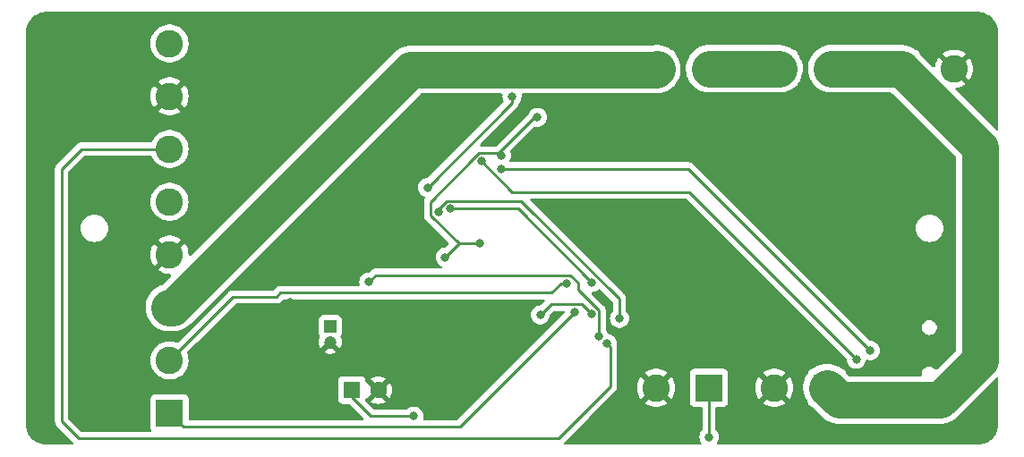
<source format=gbr>
%TF.GenerationSoftware,KiCad,Pcbnew,7.0.10-7.0.10~ubuntu22.04.1*%
%TF.CreationDate,2024-02-22T09:28:58-05:00*%
%TF.ProjectId,ladcp_interface_box,6c616463-705f-4696-9e74-657266616365,1.0.0*%
%TF.SameCoordinates,Original*%
%TF.FileFunction,Copper,L2,Bot*%
%TF.FilePolarity,Positive*%
%FSLAX46Y46*%
G04 Gerber Fmt 4.6, Leading zero omitted, Abs format (unit mm)*
G04 Created by KiCad (PCBNEW 7.0.10-7.0.10~ubuntu22.04.1) date 2024-02-22 09:28:58*
%MOMM*%
%LPD*%
G01*
G04 APERTURE LIST*
%TA.AperFunction,ComponentPad*%
%ADD10R,2.600000X2.600000*%
%TD*%
%TA.AperFunction,ComponentPad*%
%ADD11C,2.600000*%
%TD*%
%TA.AperFunction,ComponentPad*%
%ADD12R,1.200000X1.200000*%
%TD*%
%TA.AperFunction,ComponentPad*%
%ADD13C,1.200000*%
%TD*%
%TA.AperFunction,ComponentPad*%
%ADD14R,1.600000X1.600000*%
%TD*%
%TA.AperFunction,ComponentPad*%
%ADD15C,1.600000*%
%TD*%
%TA.AperFunction,ViaPad*%
%ADD16C,0.800000*%
%TD*%
%TA.AperFunction,Conductor*%
%ADD17C,0.250000*%
%TD*%
%TA.AperFunction,Conductor*%
%ADD18C,3.500000*%
%TD*%
G04 APERTURE END LIST*
D10*
%TO.P,J1,1,Pin_1*%
%TO.N,/RS232_ADCP_IN_MASTER*%
X114600000Y-108000000D03*
D11*
%TO.P,J1,2,Pin_2*%
%TO.N,/RS232_ADCP_OUT_MASTER*%
X114600000Y-103000000D03*
%TO.P,J1,3,Pin_3*%
%TO.N,/+48V*%
X114600000Y-98000000D03*
%TO.P,J1,4,Pin_4*%
%TO.N,GNDD*%
X114600000Y-93000000D03*
%TO.P,J1,5,Pin_5*%
%TO.N,/RS232_ADCP_IN_SLAVE*%
X114600000Y-88000000D03*
%TO.P,J1,6,Pin_6*%
%TO.N,/RS232_ADCP_OUT_SLAVE*%
X114600000Y-83000000D03*
%TO.P,J1,7,Pin_7*%
%TO.N,GNDD*%
X114600000Y-78000000D03*
%TO.P,J1,8,Pin_8*%
%TO.N,unconnected-(J1-Pin_8-Pad8)*%
X114600000Y-73000000D03*
%TD*%
D10*
%TO.P,J5,1,Pin_1*%
%TO.N,/+48V*%
X160700000Y-75400000D03*
D11*
%TO.P,J5,2,Pin_2*%
%TO.N,Net-(J4-Pin_1)*%
X165700000Y-75400000D03*
%TD*%
D10*
%TO.P,J3,1,Pin_1*%
%TO.N,Net-(J3-Pin_1)*%
X183800000Y-75400000D03*
D11*
%TO.P,J3,2,Pin_2*%
%TO.N,GNDD*%
X188800000Y-75400000D03*
%TD*%
D12*
%TO.P,C21,1*%
%TO.N,/+48V*%
X129800000Y-99800000D03*
D13*
%TO.P,C21,2*%
%TO.N,GNDD*%
X129800000Y-101300000D03*
%TD*%
D14*
%TO.P,C22,1*%
%TO.N,/+12V*%
X131850000Y-105820000D03*
D15*
%TO.P,C22,2*%
%TO.N,GNDD*%
X134350000Y-105820000D03*
%TD*%
D10*
%TO.P,J6,1,Pin_1*%
%TO.N,Net-(J3-Pin_1)*%
X176800000Y-105600000D03*
D11*
%TO.P,J6,2,Pin_2*%
%TO.N,GNDD*%
X171800000Y-105600000D03*
%TD*%
D10*
%TO.P,J7,1,Pin_1*%
%TO.N,/+12V*%
X165630000Y-105600000D03*
D11*
%TO.P,J7,2,Pin_2*%
%TO.N,GNDD*%
X160630000Y-105600000D03*
%TD*%
D10*
%TO.P,J4,1,Pin_1*%
%TO.N,Net-(J4-Pin_1)*%
X172250000Y-75400000D03*
D11*
%TO.P,J4,2,Pin_2*%
%TO.N,Net-(J3-Pin_1)*%
X177250000Y-75400000D03*
%TD*%
D16*
%TO.N,GNDD*%
X129400000Y-77400000D03*
X138100000Y-83200000D03*
X150500000Y-83500000D03*
X126000000Y-97500000D03*
X124200000Y-84400000D03*
X123400000Y-96000000D03*
X145200000Y-82200000D03*
X123700000Y-93500000D03*
X143100000Y-81100000D03*
X167600000Y-83000000D03*
X124460000Y-81280000D03*
X137800000Y-85600000D03*
X137700000Y-87600000D03*
X133800000Y-91100000D03*
X126300000Y-75900000D03*
X142800000Y-106300000D03*
X126000000Y-91600000D03*
X152300000Y-78900000D03*
%TO.N,/+3.3V*%
X145989600Y-83615700D03*
X140674200Y-93247200D03*
X143989600Y-91958800D03*
X149400000Y-80000000D03*
%TO.N,/+1.8V*%
X139000000Y-86650000D03*
X147000000Y-78000000D03*
%TO.N,/RS232_ADCP_IN_MASTER*%
X152953000Y-98420300D03*
%TO.N,/RS232_ADCP_OUT_MASTER*%
X152203000Y-95694100D03*
%TO.N,/RS232_ADCP_IN_SLAVE*%
X133454000Y-95593400D03*
X155225000Y-100750000D03*
%TO.N,/RS232_ADCP_OUT_SLAVE*%
X156014000Y-101421000D03*
%TO.N,Net-(J2-D-)*%
X179568000Y-102900000D03*
X144122000Y-84150000D03*
%TO.N,Net-(J2-D+)*%
X180902000Y-102070000D03*
X145984000Y-84876900D03*
%TO.N,/TTL_TX_A*%
X154575000Y-95630500D03*
X141196000Y-88650000D03*
%TO.N,/TTL_RX_A*%
X157162000Y-99043900D03*
X140021000Y-88947500D03*
%TO.N,/TTL_TX_B*%
X154498000Y-98584100D03*
X149682000Y-98703700D03*
%TO.N,/+12V*%
X137710000Y-108290000D03*
X165630000Y-110270000D03*
%TD*%
D17*
%TO.N,/+3.3V*%
X149400000Y-80000000D02*
X149112500Y-80000000D01*
X139294100Y-89290300D02*
X139294100Y-87990000D01*
X141962600Y-91958800D02*
X140674200Y-93247200D01*
X141962600Y-91958800D02*
X143989600Y-91958800D01*
X143397000Y-83849695D02*
X143877395Y-83369300D01*
X143397000Y-83887100D02*
X143397000Y-83849695D01*
X139294100Y-87990000D02*
X143397000Y-83887100D01*
X141962600Y-91958800D02*
X139294100Y-89290300D01*
X149112500Y-80000000D02*
X145743200Y-83369300D01*
X145743200Y-83369300D02*
X145989600Y-83615700D01*
X143877395Y-83369300D02*
X145743200Y-83369300D01*
%TO.N,/+1.8V*%
X147000000Y-78000000D02*
X147000000Y-78650000D01*
X147000000Y-78650000D02*
X139000000Y-86650000D01*
%TO.N,/RS232_ADCP_IN_MASTER*%
X142073300Y-109300000D02*
X152953000Y-98420300D01*
X115900000Y-109300000D02*
X142073300Y-109300000D01*
X114600000Y-108000000D02*
X115900000Y-109300000D01*
%TO.N,/RS232_ADCP_OUT_MASTER*%
X120600000Y-97000000D02*
X114600000Y-103000000D01*
X125100000Y-96600000D02*
X124700000Y-97000000D01*
X151664000Y-95694100D02*
X150758100Y-96600000D01*
X124700000Y-97000000D02*
X120600000Y-97000000D01*
X152203000Y-95694100D02*
X151664000Y-95694100D01*
X150758100Y-96600000D02*
X125100000Y-96600000D01*
D18*
%TO.N,/+48V*%
X114900000Y-98000000D02*
X114600000Y-98000000D01*
X160626000Y-75474500D02*
X137425500Y-75474500D01*
X160700000Y-75400000D02*
X160626000Y-75474500D01*
X137425500Y-75474500D02*
X114900000Y-98000000D01*
D17*
%TO.N,/RS232_ADCP_IN_SLAVE*%
X155225000Y-98283100D02*
X153245000Y-96302800D01*
X134102000Y-94945300D02*
X133454000Y-95593400D01*
X152514000Y-94945300D02*
X134102000Y-94945300D01*
X155225000Y-100750000D02*
X155225000Y-98283100D01*
X153245000Y-96302800D02*
X153245000Y-95676000D01*
X153245000Y-95676000D02*
X152514000Y-94945300D01*
%TO.N,/RS232_ADCP_OUT_SLAVE*%
X104400000Y-84900000D02*
X104400000Y-108800000D01*
X106300000Y-83000000D02*
X104400000Y-84900000D01*
X104400000Y-108800000D02*
X106000000Y-110400000D01*
X114600000Y-83000000D02*
X106300000Y-83000000D01*
X156300000Y-101707000D02*
X156014000Y-101421000D01*
X106000000Y-110400000D02*
X151400000Y-110400000D01*
X156300000Y-105500000D02*
X156300000Y-101707000D01*
X151400000Y-110400000D02*
X156300000Y-105500000D01*
%TO.N,Net-(J2-D-)*%
X163726000Y-87058400D02*
X147031000Y-87058400D01*
X147031000Y-87058400D02*
X144122000Y-84150000D01*
X179568000Y-102900000D02*
X163726000Y-87058400D01*
%TO.N,Net-(J2-D+)*%
X163708000Y-84876900D02*
X145984000Y-84876900D01*
X180902000Y-102070000D02*
X163708000Y-84876900D01*
D18*
%TO.N,Net-(J3-Pin_1)*%
X187500000Y-106750000D02*
X191250000Y-103000000D01*
X191250000Y-82850000D02*
X183800000Y-75400000D01*
X177950000Y-106750000D02*
X187500000Y-106750000D01*
X177250000Y-75400000D02*
X183800000Y-75400000D01*
X191250000Y-103000000D02*
X191250000Y-82850000D01*
X176800000Y-105600000D02*
X177950000Y-106750000D01*
%TO.N,Net-(J4-Pin_1)*%
X172250000Y-75400000D02*
X165700000Y-75400000D01*
D17*
%TO.N,/TTL_TX_A*%
X141196000Y-88650000D02*
X147594000Y-88650000D01*
X147594000Y-88650000D02*
X154575000Y-95630500D01*
%TO.N,/TTL_RX_A*%
X147886000Y-87913800D02*
X140789000Y-87913800D01*
X140021000Y-88681900D02*
X140021000Y-88947500D01*
X140789000Y-87913800D02*
X140021000Y-88681900D01*
X157162000Y-99043900D02*
X157162000Y-97189000D01*
X157162000Y-97189000D02*
X147886000Y-87913800D01*
%TO.N,/TTL_TX_B*%
X150693000Y-97693300D02*
X153607000Y-97693300D01*
X149682000Y-98703700D02*
X150693000Y-97693300D01*
X153607000Y-97693300D02*
X154498000Y-98584100D01*
%TO.N,/+12V*%
X131850000Y-105820000D02*
X131850000Y-106480000D01*
X165630000Y-110270000D02*
X165630000Y-105600000D01*
X131850000Y-106480000D02*
X133660000Y-108290000D01*
X133660000Y-108290000D02*
X137710000Y-108290000D01*
%TD*%
%TA.AperFunction,Conductor*%
%TO.N,GNDD*%
G36*
X191004042Y-70000764D02*
G01*
X191083586Y-70005978D01*
X191083767Y-70005991D01*
X191261587Y-70018709D01*
X191276904Y-70020772D01*
X191388378Y-70042945D01*
X191390437Y-70043374D01*
X191530240Y-70073786D01*
X191543703Y-70077522D01*
X191657725Y-70116228D01*
X191661074Y-70117420D01*
X191788808Y-70165062D01*
X191800300Y-70170024D01*
X191910687Y-70224461D01*
X191915187Y-70226798D01*
X192032478Y-70290844D01*
X192041942Y-70296574D01*
X192145269Y-70365615D01*
X192150688Y-70369450D01*
X192256727Y-70448830D01*
X192264145Y-70454844D01*
X192357976Y-70537131D01*
X192363898Y-70542678D01*
X192457320Y-70636100D01*
X192462867Y-70642022D01*
X192545150Y-70735848D01*
X192551173Y-70743278D01*
X192588691Y-70793396D01*
X192630548Y-70849310D01*
X192634383Y-70854729D01*
X192703424Y-70958056D01*
X192709154Y-70967520D01*
X192773183Y-71084779D01*
X192775564Y-71089363D01*
X192829969Y-71199687D01*
X192834938Y-71211196D01*
X192882556Y-71338863D01*
X192883793Y-71342338D01*
X192922470Y-71456276D01*
X192926217Y-71469777D01*
X192956613Y-71609508D01*
X192957064Y-71611675D01*
X192979224Y-71723080D01*
X192981291Y-71738425D01*
X192993995Y-71916046D01*
X192994045Y-71916781D01*
X192999234Y-71995941D01*
X192999500Y-72004052D01*
X192999500Y-81114875D01*
X192979815Y-81181914D01*
X192927011Y-81227669D01*
X192857853Y-81237613D01*
X192795443Y-81209568D01*
X192778783Y-81195483D01*
X192771159Y-81188471D01*
X190909799Y-79327111D01*
X188976309Y-77393621D01*
X188942825Y-77332300D01*
X188947809Y-77262608D01*
X188989681Y-77206675D01*
X189045510Y-77183327D01*
X189201656Y-77159792D01*
X189201662Y-77159790D01*
X189459461Y-77080269D01*
X189702521Y-76963218D01*
X189885150Y-76838702D01*
X189047534Y-76001086D01*
X189115629Y-75974126D01*
X189248492Y-75877595D01*
X189353175Y-75751055D01*
X189401631Y-75648079D01*
X190237703Y-76484151D01*
X190237704Y-76484150D01*
X190291393Y-76416828D01*
X190291400Y-76416817D01*
X190426290Y-76183181D01*
X190524851Y-75932052D01*
X190524857Y-75932033D01*
X190584886Y-75669028D01*
X190584886Y-75669026D01*
X190605047Y-75400004D01*
X190605047Y-75399995D01*
X190584886Y-75130973D01*
X190584886Y-75130971D01*
X190524857Y-74867966D01*
X190524851Y-74867947D01*
X190426290Y-74616818D01*
X190426291Y-74616818D01*
X190291397Y-74383177D01*
X190237704Y-74315847D01*
X189402546Y-75151004D01*
X189392812Y-75121044D01*
X189304814Y-74982381D01*
X189185097Y-74869960D01*
X189050489Y-74795958D01*
X189885150Y-73961296D01*
X189702517Y-73836779D01*
X189702516Y-73836778D01*
X189459460Y-73719730D01*
X189459462Y-73719730D01*
X189201662Y-73640209D01*
X189201656Y-73640207D01*
X188934898Y-73600000D01*
X188665101Y-73600000D01*
X188398343Y-73640207D01*
X188398337Y-73640209D01*
X188140538Y-73719730D01*
X187897485Y-73836778D01*
X187897476Y-73836783D01*
X187714848Y-73961296D01*
X188552465Y-74798913D01*
X188484371Y-74825874D01*
X188351508Y-74922405D01*
X188246825Y-75048945D01*
X188198368Y-75151921D01*
X187362295Y-74315848D01*
X187308600Y-74383180D01*
X187173709Y-74616818D01*
X187075148Y-74867947D01*
X187075142Y-74867966D01*
X187015113Y-75130971D01*
X187015113Y-75130972D01*
X187014297Y-75141863D01*
X186989657Y-75207244D01*
X186933581Y-75248924D01*
X186863872Y-75253670D01*
X186802963Y-75220276D01*
X185624400Y-74041713D01*
X185595899Y-73997365D01*
X185543797Y-73857671D01*
X185543793Y-73857664D01*
X185457547Y-73742455D01*
X185457544Y-73742452D01*
X185342335Y-73656206D01*
X185342328Y-73656202D01*
X185207483Y-73605908D01*
X185188977Y-73603919D01*
X185133778Y-73584022D01*
X185125237Y-73578367D01*
X185116843Y-73572289D01*
X185076520Y-73540446D01*
X185076515Y-73540442D01*
X184998111Y-73494003D01*
X184992852Y-73490707D01*
X184916876Y-73440399D01*
X184870610Y-73417981D01*
X184861492Y-73413082D01*
X184817281Y-73386897D01*
X184817273Y-73386892D01*
X184817270Y-73386891D01*
X184817267Y-73386890D01*
X184817262Y-73386887D01*
X184733381Y-73351318D01*
X184727723Y-73348750D01*
X184645712Y-73309015D01*
X184645705Y-73309012D01*
X184596879Y-73292966D01*
X184587188Y-73289327D01*
X184565979Y-73280334D01*
X184539872Y-73269264D01*
X184539868Y-73269263D01*
X184539866Y-73269262D01*
X184451996Y-73245192D01*
X184446046Y-73243401D01*
X184413768Y-73232794D01*
X184359469Y-73214950D01*
X184308925Y-73205552D01*
X184298842Y-73203238D01*
X184271883Y-73195854D01*
X184249269Y-73189659D01*
X184158961Y-73177513D01*
X184152827Y-73176531D01*
X184063240Y-73159877D01*
X184063246Y-73159877D01*
X184011906Y-73157300D01*
X184001601Y-73156350D01*
X183950657Y-73149500D01*
X183950653Y-73149500D01*
X183859527Y-73149500D01*
X183853313Y-73149344D01*
X183762323Y-73144778D01*
X183762301Y-73144778D01*
X183711097Y-73149067D01*
X183700749Y-73149500D01*
X177174748Y-73149500D01*
X176949368Y-73164587D01*
X176949359Y-73164589D01*
X176654094Y-73224604D01*
X176369464Y-73323439D01*
X176369459Y-73323441D01*
X176100546Y-73459328D01*
X175852125Y-73629860D01*
X175628665Y-73831969D01*
X175434132Y-74062064D01*
X175272006Y-74316030D01*
X175272005Y-74316032D01*
X175196865Y-74477956D01*
X175145177Y-74589342D01*
X175145176Y-74589346D01*
X175055907Y-74877118D01*
X175011251Y-75141863D01*
X175005791Y-75174230D01*
X174996868Y-75441138D01*
X174995723Y-75475373D01*
X175025881Y-75775160D01*
X175025882Y-75775162D01*
X175095728Y-76068252D01*
X175095733Y-76068266D01*
X175204020Y-76349427D01*
X175204024Y-76349436D01*
X175348825Y-76613665D01*
X175348829Y-76613671D01*
X175456648Y-76760004D01*
X175527554Y-76856238D01*
X175610814Y-76942328D01*
X175737019Y-77072823D01*
X175973478Y-77259553D01*
X175973480Y-77259554D01*
X175973485Y-77259558D01*
X176232730Y-77413109D01*
X176510128Y-77530736D01*
X176800729Y-77610340D01*
X177099347Y-77650500D01*
X182816450Y-77650500D01*
X182883489Y-77670185D01*
X182904131Y-77686819D01*
X188963181Y-83745868D01*
X188996666Y-83807191D01*
X188999500Y-83833549D01*
X188999500Y-102016450D01*
X188979815Y-102083489D01*
X188963181Y-102104131D01*
X187201693Y-103865618D01*
X187140370Y-103899103D01*
X187070678Y-103894119D01*
X187021199Y-103860166D01*
X186942929Y-103771817D01*
X186893177Y-103737475D01*
X186802931Y-103675182D01*
X186643874Y-103614860D01*
X186643868Y-103614859D01*
X186517374Y-103599500D01*
X186517372Y-103599500D01*
X186432628Y-103599500D01*
X186432626Y-103599500D01*
X186306131Y-103614859D01*
X186306125Y-103614860D01*
X186147068Y-103675182D01*
X186007072Y-103771816D01*
X185894263Y-103899150D01*
X185815210Y-104049773D01*
X185774500Y-104214944D01*
X185774500Y-104375500D01*
X185754815Y-104442539D01*
X185702011Y-104488294D01*
X185650500Y-104499500D01*
X178933549Y-104499500D01*
X178866510Y-104479815D01*
X178845868Y-104463181D01*
X178624400Y-104241713D01*
X178595899Y-104197365D01*
X178594090Y-104192516D01*
X178546885Y-104065951D01*
X178543797Y-104057671D01*
X178543793Y-104057664D01*
X178457547Y-103942455D01*
X178457544Y-103942452D01*
X178342335Y-103856206D01*
X178342328Y-103856202D01*
X178207482Y-103805908D01*
X178207484Y-103805908D01*
X178188976Y-103803919D01*
X178133775Y-103784020D01*
X177916870Y-103640396D01*
X177916868Y-103640395D01*
X177916865Y-103640393D01*
X177645720Y-103509019D01*
X177645712Y-103509015D01*
X177359477Y-103414952D01*
X177359471Y-103414950D01*
X177063245Y-103359878D01*
X177063238Y-103359877D01*
X176762323Y-103344778D01*
X176762302Y-103344778D01*
X176462058Y-103369923D01*
X176167828Y-103434865D01*
X176167826Y-103434866D01*
X175884887Y-103538443D01*
X175884884Y-103538445D01*
X175618277Y-103678808D01*
X175618269Y-103678813D01*
X175474382Y-103781164D01*
X175415762Y-103803410D01*
X175392516Y-103805909D01*
X175257671Y-103856202D01*
X175257664Y-103856206D01*
X175142455Y-103942452D01*
X175142452Y-103942455D01*
X175056206Y-104057664D01*
X175056201Y-104057673D01*
X175005910Y-104192512D01*
X175005908Y-104192522D01*
X175004107Y-104209270D01*
X174977366Y-104273820D01*
X174976839Y-104274468D01*
X174962034Y-104292586D01*
X174962030Y-104292591D01*
X174804170Y-104549233D01*
X174681924Y-104824626D01*
X174597476Y-105113854D01*
X174597475Y-105113858D01*
X174552331Y-105411758D01*
X174547609Y-105694272D01*
X174547296Y-105713027D01*
X174582462Y-106012274D01*
X174594181Y-106058045D01*
X174657196Y-106304159D01*
X174657201Y-106304175D01*
X174770172Y-106583487D01*
X174916663Y-106840513D01*
X174919371Y-106845264D01*
X174978801Y-106923163D01*
X175003505Y-106985121D01*
X175005908Y-107007483D01*
X175056202Y-107142328D01*
X175056206Y-107142335D01*
X175142452Y-107257544D01*
X175142455Y-107257547D01*
X175257664Y-107343793D01*
X175257671Y-107343797D01*
X175397364Y-107395899D01*
X175441712Y-107424400D01*
X176344602Y-108327290D01*
X176346055Y-108328767D01*
X176437019Y-108422823D01*
X176508528Y-108479293D01*
X176513308Y-108483266D01*
X176581907Y-108543257D01*
X176624759Y-108571631D01*
X176633147Y-108577704D01*
X176673485Y-108609558D01*
X176749893Y-108654815D01*
X176751886Y-108655995D01*
X176757145Y-108659291D01*
X176833130Y-108709605D01*
X176879392Y-108732020D01*
X176888514Y-108736920D01*
X176932717Y-108763102D01*
X176932724Y-108763105D01*
X176932730Y-108763109D01*
X176932736Y-108763111D01*
X176932737Y-108763112D01*
X177016592Y-108798670D01*
X177022250Y-108801238D01*
X177074514Y-108826560D01*
X177104284Y-108840984D01*
X177133668Y-108850639D01*
X177153125Y-108857034D01*
X177162812Y-108860672D01*
X177210126Y-108880735D01*
X177210128Y-108880736D01*
X177298054Y-108904821D01*
X177303904Y-108906582D01*
X177390531Y-108935050D01*
X177441079Y-108944447D01*
X177451138Y-108946755D01*
X177500729Y-108960340D01*
X177591044Y-108972486D01*
X177597152Y-108973464D01*
X177674990Y-108987935D01*
X177686767Y-108990125D01*
X177713285Y-108991454D01*
X177738104Y-108992699D01*
X177748406Y-108993648D01*
X177799347Y-109000500D01*
X177890469Y-109000500D01*
X177896681Y-109000655D01*
X177987690Y-109005222D01*
X178023778Y-109002199D01*
X178038904Y-109000933D01*
X178049252Y-109000500D01*
X187480098Y-109000500D01*
X187482170Y-109000517D01*
X187613027Y-109002704D01*
X187703559Y-108992064D01*
X187709684Y-108991499D01*
X187800634Y-108985412D01*
X187851015Y-108975170D01*
X187861217Y-108973536D01*
X187912274Y-108967538D01*
X188000587Y-108944925D01*
X188006556Y-108943556D01*
X188095903Y-108925396D01*
X188144460Y-108908534D01*
X188154356Y-108905554D01*
X188204165Y-108892802D01*
X188288662Y-108858624D01*
X188294410Y-108856465D01*
X188380537Y-108826560D01*
X188417519Y-108807872D01*
X188426411Y-108803379D01*
X188435841Y-108799098D01*
X188447591Y-108794345D01*
X188483489Y-108779826D01*
X188562649Y-108734707D01*
X188568109Y-108731774D01*
X188649459Y-108690668D01*
X188691860Y-108661560D01*
X188700595Y-108656086D01*
X188745264Y-108630629D01*
X188817758Y-108575321D01*
X188822726Y-108571725D01*
X188897869Y-108520144D01*
X188936007Y-108485649D01*
X188943937Y-108479058D01*
X188984816Y-108447872D01*
X189049281Y-108383405D01*
X189053743Y-108379162D01*
X189121333Y-108318032D01*
X189154528Y-108278767D01*
X189161516Y-108271170D01*
X192787819Y-104644866D01*
X192849142Y-104611382D01*
X192918834Y-104616366D01*
X192974767Y-104658238D01*
X192999184Y-104723702D01*
X192999500Y-104732548D01*
X192999500Y-108995947D01*
X192999234Y-109004058D01*
X192994045Y-109083217D01*
X192993995Y-109083952D01*
X192981291Y-109261573D01*
X192979224Y-109276918D01*
X192957064Y-109388323D01*
X192956613Y-109390490D01*
X192926217Y-109530221D01*
X192922470Y-109543722D01*
X192883793Y-109657660D01*
X192882556Y-109661135D01*
X192834938Y-109788802D01*
X192829969Y-109800311D01*
X192775564Y-109910635D01*
X192773183Y-109915219D01*
X192709154Y-110032478D01*
X192703424Y-110041942D01*
X192634383Y-110145269D01*
X192630548Y-110150688D01*
X192551181Y-110256711D01*
X192545142Y-110264160D01*
X192462867Y-110357976D01*
X192457320Y-110363898D01*
X192363898Y-110457320D01*
X192357976Y-110462867D01*
X192264160Y-110545142D01*
X192256711Y-110551181D01*
X192150688Y-110630548D01*
X192145269Y-110634383D01*
X192041942Y-110703424D01*
X192032478Y-110709154D01*
X191915219Y-110773183D01*
X191910635Y-110775564D01*
X191800311Y-110829969D01*
X191788802Y-110834938D01*
X191661135Y-110882556D01*
X191657660Y-110883793D01*
X191543722Y-110922470D01*
X191530221Y-110926217D01*
X191390490Y-110956613D01*
X191388323Y-110957064D01*
X191276918Y-110979224D01*
X191261573Y-110981291D01*
X191083952Y-110993995D01*
X191083217Y-110994045D01*
X191004058Y-110999234D01*
X190995947Y-110999500D01*
X166462561Y-110999500D01*
X166395522Y-110979815D01*
X166349767Y-110927011D01*
X166339823Y-110857853D01*
X166359963Y-110808236D01*
X166359284Y-110807844D01*
X166362110Y-110802948D01*
X166362249Y-110802607D01*
X166362525Y-110802224D01*
X166362533Y-110802216D01*
X166457179Y-110638284D01*
X166515674Y-110458256D01*
X166535460Y-110270000D01*
X166515674Y-110081744D01*
X166457179Y-109901716D01*
X166362533Y-109737784D01*
X166330323Y-109702011D01*
X166287350Y-109654284D01*
X166257120Y-109591292D01*
X166255500Y-109571312D01*
X166255500Y-107524499D01*
X166275185Y-107457460D01*
X166327989Y-107411705D01*
X166379500Y-107400499D01*
X166977871Y-107400499D01*
X166977872Y-107400499D01*
X167037483Y-107394091D01*
X167172331Y-107343796D01*
X167287546Y-107257546D01*
X167373796Y-107142331D01*
X167424091Y-107007483D01*
X167430500Y-106947873D01*
X167430500Y-105600004D01*
X169994953Y-105600004D01*
X170015113Y-105869026D01*
X170015113Y-105869028D01*
X170075142Y-106132033D01*
X170075148Y-106132052D01*
X170173709Y-106383181D01*
X170173708Y-106383181D01*
X170308602Y-106616822D01*
X170362294Y-106684151D01*
X170362295Y-106684151D01*
X171197452Y-105848993D01*
X171207188Y-105878956D01*
X171295186Y-106017619D01*
X171414903Y-106130040D01*
X171549510Y-106204041D01*
X170714848Y-107038702D01*
X170897483Y-107163220D01*
X170897485Y-107163221D01*
X171140539Y-107280269D01*
X171140537Y-107280269D01*
X171398337Y-107359790D01*
X171398343Y-107359792D01*
X171665101Y-107399999D01*
X171665110Y-107400000D01*
X171934890Y-107400000D01*
X171934898Y-107399999D01*
X172201656Y-107359792D01*
X172201662Y-107359790D01*
X172459461Y-107280269D01*
X172702521Y-107163218D01*
X172885150Y-107038702D01*
X172047534Y-106201086D01*
X172115629Y-106174126D01*
X172248492Y-106077595D01*
X172353175Y-105951055D01*
X172401631Y-105848079D01*
X173237703Y-106684151D01*
X173237704Y-106684150D01*
X173291393Y-106616828D01*
X173291400Y-106616817D01*
X173426290Y-106383181D01*
X173524851Y-106132052D01*
X173524857Y-106132033D01*
X173584886Y-105869028D01*
X173584886Y-105869026D01*
X173605047Y-105600004D01*
X173605047Y-105599995D01*
X173584886Y-105330973D01*
X173584886Y-105330971D01*
X173524857Y-105067966D01*
X173524851Y-105067947D01*
X173426290Y-104816818D01*
X173426291Y-104816818D01*
X173291397Y-104583177D01*
X173237704Y-104515847D01*
X172402546Y-105351004D01*
X172392812Y-105321044D01*
X172304814Y-105182381D01*
X172185097Y-105069960D01*
X172050489Y-104995958D01*
X172885150Y-104161296D01*
X172702517Y-104036779D01*
X172702516Y-104036778D01*
X172459460Y-103919730D01*
X172459462Y-103919730D01*
X172201662Y-103840209D01*
X172201656Y-103840207D01*
X171934898Y-103800000D01*
X171665101Y-103800000D01*
X171398343Y-103840207D01*
X171398337Y-103840209D01*
X171140538Y-103919730D01*
X170897485Y-104036778D01*
X170897476Y-104036783D01*
X170714848Y-104161296D01*
X171552465Y-104998913D01*
X171484371Y-105025874D01*
X171351508Y-105122405D01*
X171246825Y-105248945D01*
X171198368Y-105351921D01*
X170362295Y-104515848D01*
X170308600Y-104583180D01*
X170173709Y-104816818D01*
X170075148Y-105067947D01*
X170075142Y-105067966D01*
X170015113Y-105330971D01*
X170015113Y-105330973D01*
X169994953Y-105599995D01*
X169994953Y-105600004D01*
X167430500Y-105600004D01*
X167430499Y-104252128D01*
X167424091Y-104192517D01*
X167424089Y-104192512D01*
X167373797Y-104057671D01*
X167373793Y-104057664D01*
X167287547Y-103942455D01*
X167287544Y-103942452D01*
X167172335Y-103856206D01*
X167172328Y-103856202D01*
X167037482Y-103805908D01*
X167037483Y-103805908D01*
X166977883Y-103799501D01*
X166977881Y-103799500D01*
X166977873Y-103799500D01*
X166977864Y-103799500D01*
X164282129Y-103799500D01*
X164282123Y-103799501D01*
X164222516Y-103805908D01*
X164087671Y-103856202D01*
X164087664Y-103856206D01*
X163972455Y-103942452D01*
X163972452Y-103942455D01*
X163886206Y-104057664D01*
X163886202Y-104057671D01*
X163835908Y-104192517D01*
X163830167Y-104245924D01*
X163829501Y-104252123D01*
X163829500Y-104252135D01*
X163829500Y-106947870D01*
X163829501Y-106947876D01*
X163835908Y-107007483D01*
X163886202Y-107142328D01*
X163886206Y-107142335D01*
X163972452Y-107257544D01*
X163972455Y-107257547D01*
X164087664Y-107343793D01*
X164087671Y-107343797D01*
X164130551Y-107359790D01*
X164222517Y-107394091D01*
X164282127Y-107400500D01*
X164880500Y-107400499D01*
X164947539Y-107420183D01*
X164993294Y-107472987D01*
X165004500Y-107524499D01*
X165004500Y-109571312D01*
X164984815Y-109638351D01*
X164972650Y-109654284D01*
X164897466Y-109737784D01*
X164802821Y-109901715D01*
X164802818Y-109901722D01*
X164744327Y-110081740D01*
X164744326Y-110081744D01*
X164724540Y-110270000D01*
X164744326Y-110458256D01*
X164744327Y-110458259D01*
X164802818Y-110638277D01*
X164802821Y-110638284D01*
X164882079Y-110775564D01*
X164897466Y-110802214D01*
X164897751Y-110802607D01*
X164897845Y-110802872D01*
X164900716Y-110807844D01*
X164899807Y-110808368D01*
X164921236Y-110868411D01*
X164905416Y-110936466D01*
X164855314Y-110985165D01*
X164797439Y-110999500D01*
X151984451Y-110999500D01*
X151917412Y-110979815D01*
X151871657Y-110927011D01*
X151861713Y-110857853D01*
X151890738Y-110794297D01*
X151896770Y-110787819D01*
X154261766Y-108422823D01*
X156683788Y-106000801D01*
X156696042Y-105990986D01*
X156695859Y-105990764D01*
X156701868Y-105985791D01*
X156701877Y-105985786D01*
X156747949Y-105936722D01*
X156750566Y-105934023D01*
X156770120Y-105914471D01*
X156772576Y-105911303D01*
X156780156Y-105902427D01*
X156810062Y-105870582D01*
X156819713Y-105853024D01*
X156830396Y-105836761D01*
X156842673Y-105820936D01*
X156860021Y-105780844D01*
X156865151Y-105770371D01*
X156886197Y-105732092D01*
X156891180Y-105712680D01*
X156897481Y-105694280D01*
X156905437Y-105675896D01*
X156912270Y-105632748D01*
X156914633Y-105621338D01*
X156920111Y-105600004D01*
X158824953Y-105600004D01*
X158845113Y-105869026D01*
X158845113Y-105869028D01*
X158905142Y-106132033D01*
X158905148Y-106132052D01*
X159003709Y-106383181D01*
X159003708Y-106383181D01*
X159138602Y-106616822D01*
X159192294Y-106684151D01*
X159192295Y-106684151D01*
X160027452Y-105848993D01*
X160037188Y-105878956D01*
X160125186Y-106017619D01*
X160244903Y-106130040D01*
X160379510Y-106204041D01*
X159544848Y-107038702D01*
X159727483Y-107163220D01*
X159727485Y-107163221D01*
X159970539Y-107280269D01*
X159970537Y-107280269D01*
X160228337Y-107359790D01*
X160228343Y-107359792D01*
X160495101Y-107399999D01*
X160495110Y-107400000D01*
X160764890Y-107400000D01*
X160764898Y-107399999D01*
X161031656Y-107359792D01*
X161031662Y-107359790D01*
X161289461Y-107280269D01*
X161532521Y-107163218D01*
X161715150Y-107038702D01*
X160877534Y-106201086D01*
X160945629Y-106174126D01*
X161078492Y-106077595D01*
X161183175Y-105951055D01*
X161231631Y-105848079D01*
X162067703Y-106684151D01*
X162067704Y-106684150D01*
X162121393Y-106616828D01*
X162121400Y-106616817D01*
X162256290Y-106383181D01*
X162354851Y-106132052D01*
X162354857Y-106132033D01*
X162414886Y-105869028D01*
X162414886Y-105869026D01*
X162435047Y-105600004D01*
X162435047Y-105599995D01*
X162414886Y-105330973D01*
X162414886Y-105330971D01*
X162354857Y-105067966D01*
X162354851Y-105067947D01*
X162256290Y-104816818D01*
X162256291Y-104816818D01*
X162121397Y-104583177D01*
X162067704Y-104515847D01*
X161232546Y-105351004D01*
X161222812Y-105321044D01*
X161134814Y-105182381D01*
X161015097Y-105069960D01*
X160880489Y-104995958D01*
X161715150Y-104161296D01*
X161532517Y-104036779D01*
X161532516Y-104036778D01*
X161289460Y-103919730D01*
X161289462Y-103919730D01*
X161031662Y-103840209D01*
X161031656Y-103840207D01*
X160764898Y-103800000D01*
X160495101Y-103800000D01*
X160228343Y-103840207D01*
X160228337Y-103840209D01*
X159970538Y-103919730D01*
X159727485Y-104036778D01*
X159727476Y-104036783D01*
X159544848Y-104161296D01*
X160382465Y-104998913D01*
X160314371Y-105025874D01*
X160181508Y-105122405D01*
X160076825Y-105248945D01*
X160028368Y-105351920D01*
X159192295Y-104515848D01*
X159138600Y-104583180D01*
X159003709Y-104816818D01*
X158905148Y-105067947D01*
X158905142Y-105067966D01*
X158845113Y-105330971D01*
X158845113Y-105330973D01*
X158824953Y-105599995D01*
X158824953Y-105600004D01*
X156920111Y-105600004D01*
X156925500Y-105579019D01*
X156925500Y-105558983D01*
X156927027Y-105539582D01*
X156930160Y-105519804D01*
X156926050Y-105476324D01*
X156925500Y-105464655D01*
X156925500Y-101789738D01*
X156927224Y-101774124D01*
X156926938Y-101774097D01*
X156927672Y-101766334D01*
X156925561Y-101699144D01*
X156925500Y-101695250D01*
X156925500Y-101667651D01*
X156925500Y-101667650D01*
X156924997Y-101663670D01*
X156924080Y-101652021D01*
X156922709Y-101608373D01*
X156917122Y-101589144D01*
X156913175Y-101570088D01*
X156912320Y-101563326D01*
X156910664Y-101550208D01*
X156910663Y-101550206D01*
X156909850Y-101543769D01*
X156909551Y-101515274D01*
X156919460Y-101421000D01*
X156899674Y-101232744D01*
X156841179Y-101052716D01*
X156746533Y-100888784D01*
X156619871Y-100748112D01*
X156547362Y-100695431D01*
X156466734Y-100636851D01*
X156466729Y-100636848D01*
X156293807Y-100559857D01*
X156293802Y-100559855D01*
X156166456Y-100532787D01*
X156104974Y-100499594D01*
X156074306Y-100449815D01*
X156052181Y-100381721D01*
X156052178Y-100381715D01*
X156005490Y-100300849D01*
X155957533Y-100217784D01*
X155950830Y-100210340D01*
X155882350Y-100134284D01*
X155852120Y-100071292D01*
X155850500Y-100051312D01*
X155850500Y-98365870D01*
X155852222Y-98350272D01*
X155851934Y-98350245D01*
X155852668Y-98342482D01*
X155850561Y-98275256D01*
X155850500Y-98271370D01*
X155850500Y-98243753D01*
X155850500Y-98243750D01*
X155850000Y-98239800D01*
X155849083Y-98228148D01*
X155847717Y-98184520D01*
X155842122Y-98165256D01*
X155838177Y-98146206D01*
X155835664Y-98126309D01*
X155835664Y-98126308D01*
X155819589Y-98085709D01*
X155815813Y-98074678D01*
X155803637Y-98032754D01*
X155793422Y-98015479D01*
X155784870Y-97998019D01*
X155777486Y-97979368D01*
X155768420Y-97966890D01*
X155751829Y-97944053D01*
X155745412Y-97934283D01*
X155736701Y-97919551D01*
X155723199Y-97896717D01*
X155709012Y-97882527D01*
X155696389Y-97867747D01*
X155684594Y-97851513D01*
X155650963Y-97823691D01*
X155642330Y-97815836D01*
X154569332Y-96742675D01*
X154535852Y-96681349D01*
X154540842Y-96611658D01*
X154582717Y-96555727D01*
X154648183Y-96531315D01*
X154657020Y-96531000D01*
X154669644Y-96531000D01*
X154669646Y-96531000D01*
X154854803Y-96491644D01*
X155027730Y-96414651D01*
X155180871Y-96303388D01*
X155193315Y-96289567D01*
X155252799Y-96252918D01*
X155322656Y-96254245D01*
X155373144Y-96284852D01*
X156500177Y-97411787D01*
X156533665Y-97473109D01*
X156536500Y-97499472D01*
X156536500Y-98345212D01*
X156516815Y-98412251D01*
X156504650Y-98428184D01*
X156429466Y-98511684D01*
X156334821Y-98675615D01*
X156334818Y-98675622D01*
X156280611Y-98842455D01*
X156276326Y-98855644D01*
X156256540Y-99043900D01*
X156276326Y-99232156D01*
X156276327Y-99232159D01*
X156334818Y-99412177D01*
X156334821Y-99412184D01*
X156429467Y-99576116D01*
X156495790Y-99649775D01*
X156556129Y-99716788D01*
X156709265Y-99828048D01*
X156709270Y-99828051D01*
X156882192Y-99905042D01*
X156882197Y-99905044D01*
X157067354Y-99944400D01*
X157067355Y-99944400D01*
X157256644Y-99944400D01*
X157256646Y-99944400D01*
X157441803Y-99905044D01*
X157614730Y-99828051D01*
X157767871Y-99716788D01*
X157894533Y-99576116D01*
X157989179Y-99412184D01*
X158047674Y-99232156D01*
X158067460Y-99043900D01*
X158047674Y-98855644D01*
X157989179Y-98675616D01*
X157894533Y-98511684D01*
X157829254Y-98439184D01*
X157819350Y-98428184D01*
X157789120Y-98365192D01*
X157787500Y-98345212D01*
X157787500Y-97271724D01*
X157789224Y-97256097D01*
X157788941Y-97256071D01*
X157789673Y-97248312D01*
X157789675Y-97248305D01*
X157787561Y-97181116D01*
X157787500Y-97177217D01*
X157787500Y-97149651D01*
X157786996Y-97145665D01*
X157786078Y-97134012D01*
X157784705Y-97090346D01*
X157779118Y-97071121D01*
X157775173Y-97052069D01*
X157772664Y-97032208D01*
X157756578Y-96991579D01*
X157752798Y-96980540D01*
X157740607Y-96938585D01*
X157730415Y-96921352D01*
X157721857Y-96903885D01*
X157714486Y-96885268D01*
X157688798Y-96849912D01*
X157682387Y-96840151D01*
X157660155Y-96802561D01*
X157660152Y-96802557D01*
X157660149Y-96802554D01*
X157645996Y-96788402D01*
X157633359Y-96773606D01*
X157621596Y-96757415D01*
X157621594Y-96757414D01*
X157621594Y-96757413D01*
X157587921Y-96729557D01*
X157579298Y-96721710D01*
X148752411Y-87895584D01*
X148718924Y-87834263D01*
X148723905Y-87764571D01*
X148765774Y-87708636D01*
X148831238Y-87684216D01*
X148840089Y-87683900D01*
X163415553Y-87683900D01*
X163482592Y-87703585D01*
X163503232Y-87720217D01*
X168580686Y-92797543D01*
X178629039Y-102845643D01*
X178662525Y-102906965D01*
X178664680Y-102920363D01*
X178682326Y-103088256D01*
X178682327Y-103088258D01*
X178682327Y-103088259D01*
X178740818Y-103268277D01*
X178740821Y-103268284D01*
X178835467Y-103432216D01*
X178962129Y-103572888D01*
X179115265Y-103684148D01*
X179115270Y-103684151D01*
X179288192Y-103761142D01*
X179288197Y-103761144D01*
X179473354Y-103800500D01*
X179473355Y-103800500D01*
X179662644Y-103800500D01*
X179662646Y-103800500D01*
X179847803Y-103761144D01*
X180020730Y-103684151D01*
X180173871Y-103572888D01*
X180300533Y-103432216D01*
X180395179Y-103268284D01*
X180453674Y-103088256D01*
X180459200Y-103035669D01*
X180485782Y-102971059D01*
X180543079Y-102931073D01*
X180612898Y-102928412D01*
X180620844Y-102930704D01*
X180622194Y-102931142D01*
X180622197Y-102931144D01*
X180622199Y-102931144D01*
X180622201Y-102931145D01*
X180698739Y-102947413D01*
X180807354Y-102970500D01*
X180807355Y-102970500D01*
X180996644Y-102970500D01*
X180996646Y-102970500D01*
X181181803Y-102931144D01*
X181354730Y-102854151D01*
X181507871Y-102742888D01*
X181634533Y-102602216D01*
X181729179Y-102438284D01*
X181787674Y-102258256D01*
X181807460Y-102070000D01*
X181787674Y-101881744D01*
X181729179Y-101701716D01*
X181634533Y-101537784D01*
X181507871Y-101397112D01*
X181461790Y-101363632D01*
X181354734Y-101285851D01*
X181354729Y-101285848D01*
X181181807Y-101208857D01*
X181181802Y-101208855D01*
X181036001Y-101177865D01*
X180996646Y-101169500D01*
X180996645Y-101169500D01*
X180937427Y-101169500D01*
X180870388Y-101149815D01*
X180849748Y-101133184D01*
X180610642Y-100894091D01*
X179701560Y-99985056D01*
X185774500Y-99985056D01*
X185785534Y-100029824D01*
X185815210Y-100150226D01*
X185894263Y-100300849D01*
X185894266Y-100300852D01*
X186007071Y-100428183D01*
X186097318Y-100490476D01*
X186147068Y-100524817D01*
X186147069Y-100524817D01*
X186147070Y-100524818D01*
X186306128Y-100585140D01*
X186382028Y-100594356D01*
X186432626Y-100600500D01*
X186432628Y-100600500D01*
X186517374Y-100600500D01*
X186559538Y-100595380D01*
X186643872Y-100585140D01*
X186802930Y-100524818D01*
X186942929Y-100428183D01*
X187055734Y-100300852D01*
X187134790Y-100150225D01*
X187175500Y-99985056D01*
X187175500Y-99814944D01*
X187134790Y-99649775D01*
X187123960Y-99629141D01*
X187055736Y-99499150D01*
X187017719Y-99456238D01*
X186942929Y-99371817D01*
X186893177Y-99337475D01*
X186802931Y-99275182D01*
X186643874Y-99214860D01*
X186643868Y-99214859D01*
X186517374Y-99199500D01*
X186517372Y-99199500D01*
X186432628Y-99199500D01*
X186432626Y-99199500D01*
X186306131Y-99214859D01*
X186306125Y-99214860D01*
X186147068Y-99275182D01*
X186007072Y-99371816D01*
X185894263Y-99499150D01*
X185815210Y-99649773D01*
X185774500Y-99814944D01*
X185774500Y-99985056D01*
X179701560Y-99985056D01*
X177483295Y-97766907D01*
X170216009Y-90500001D01*
X185194532Y-90500001D01*
X185214364Y-90726686D01*
X185214366Y-90726697D01*
X185273258Y-90946488D01*
X185273261Y-90946497D01*
X185369431Y-91152732D01*
X185369432Y-91152734D01*
X185499954Y-91339141D01*
X185660858Y-91500045D01*
X185660861Y-91500047D01*
X185847266Y-91630568D01*
X186053504Y-91726739D01*
X186273308Y-91785635D01*
X186443214Y-91800499D01*
X186443215Y-91800500D01*
X186443216Y-91800500D01*
X186556785Y-91800500D01*
X186556785Y-91800499D01*
X186726692Y-91785635D01*
X186946496Y-91726739D01*
X187152734Y-91630568D01*
X187339139Y-91500047D01*
X187500047Y-91339139D01*
X187630568Y-91152734D01*
X187726739Y-90946496D01*
X187785635Y-90726692D01*
X187805468Y-90500000D01*
X187785635Y-90273308D01*
X187726739Y-90053504D01*
X187630568Y-89847266D01*
X187513964Y-89680737D01*
X187500045Y-89660858D01*
X187339141Y-89499954D01*
X187152734Y-89369432D01*
X187152732Y-89369431D01*
X186946497Y-89273261D01*
X186946488Y-89273258D01*
X186726697Y-89214366D01*
X186726687Y-89214364D01*
X186556785Y-89199500D01*
X186556784Y-89199500D01*
X186443216Y-89199500D01*
X186443215Y-89199500D01*
X186273312Y-89214364D01*
X186273302Y-89214366D01*
X186053511Y-89273258D01*
X186053502Y-89273261D01*
X185847267Y-89369431D01*
X185847265Y-89369432D01*
X185660858Y-89499954D01*
X185499954Y-89660858D01*
X185369432Y-89847265D01*
X185369431Y-89847267D01*
X185273261Y-90053502D01*
X185273258Y-90053511D01*
X185214366Y-90273302D01*
X185214364Y-90273313D01*
X185194532Y-90499998D01*
X185194532Y-90500001D01*
X170216009Y-90500001D01*
X164208799Y-84493105D01*
X164198983Y-84480853D01*
X164198761Y-84481037D01*
X164193785Y-84475022D01*
X164144758Y-84428982D01*
X164141964Y-84426274D01*
X164122461Y-84406772D01*
X164122458Y-84406769D01*
X164119284Y-84404307D01*
X164110410Y-84396727D01*
X164088782Y-84376417D01*
X164078582Y-84366838D01*
X164078579Y-84366836D01*
X164078577Y-84366834D01*
X164061015Y-84357179D01*
X164044758Y-84346501D01*
X164028919Y-84334216D01*
X163988841Y-84316874D01*
X163978348Y-84311734D01*
X163940090Y-84290702D01*
X163920677Y-84285717D01*
X163902276Y-84279418D01*
X163901934Y-84279270D01*
X163883880Y-84271458D01*
X163878736Y-84270643D01*
X163840742Y-84264625D01*
X163829305Y-84262256D01*
X163787026Y-84251400D01*
X163787019Y-84251400D01*
X163766978Y-84251400D01*
X163747584Y-84249874D01*
X163743107Y-84249165D01*
X163727787Y-84246739D01*
X163727786Y-84246739D01*
X163727783Y-84246738D01*
X163684324Y-84250849D01*
X163672649Y-84251400D01*
X146877161Y-84251400D01*
X146810122Y-84231715D01*
X146764367Y-84178911D01*
X146754423Y-84109753D01*
X146769773Y-84065401D01*
X146770712Y-84063773D01*
X146816779Y-83983984D01*
X146875274Y-83803956D01*
X146895060Y-83615700D01*
X146875274Y-83427444D01*
X146823802Y-83269033D01*
X146821808Y-83199193D01*
X146854051Y-83143037D01*
X149085579Y-80911509D01*
X149146900Y-80878026D01*
X149199039Y-80877902D01*
X149305354Y-80900500D01*
X149494644Y-80900500D01*
X149494646Y-80900500D01*
X149679803Y-80861144D01*
X149852730Y-80784151D01*
X150005871Y-80672888D01*
X150132533Y-80532216D01*
X150227179Y-80368284D01*
X150285674Y-80188256D01*
X150305460Y-80000000D01*
X150285674Y-79811744D01*
X150227179Y-79631716D01*
X150132533Y-79467784D01*
X150005871Y-79327112D01*
X150005870Y-79327111D01*
X149852734Y-79215851D01*
X149852729Y-79215848D01*
X149679807Y-79138857D01*
X149679802Y-79138855D01*
X149534001Y-79107865D01*
X149494646Y-79099500D01*
X149305354Y-79099500D01*
X149272897Y-79106398D01*
X149120197Y-79138855D01*
X149120192Y-79138857D01*
X148947270Y-79215848D01*
X148947265Y-79215851D01*
X148794129Y-79327111D01*
X148667466Y-79467785D01*
X148572821Y-79631714D01*
X148572820Y-79631717D01*
X148570769Y-79638031D01*
X148540521Y-79687387D01*
X145520428Y-82707481D01*
X145459105Y-82740966D01*
X145432747Y-82743800D01*
X144090152Y-82743800D01*
X144023113Y-82724115D01*
X143977358Y-82671311D01*
X143967414Y-82602153D01*
X143996439Y-82538597D01*
X144002471Y-82532119D01*
X145673448Y-80861142D01*
X147383788Y-79150801D01*
X147396042Y-79140986D01*
X147395859Y-79140764D01*
X147401868Y-79135791D01*
X147401877Y-79135786D01*
X147447949Y-79086722D01*
X147450566Y-79084023D01*
X147470120Y-79064471D01*
X147472576Y-79061303D01*
X147480156Y-79052427D01*
X147510062Y-79020582D01*
X147519713Y-79003024D01*
X147530396Y-78986761D01*
X147542673Y-78970936D01*
X147560021Y-78930844D01*
X147565151Y-78920371D01*
X147586197Y-78882092D01*
X147591180Y-78862680D01*
X147597481Y-78844280D01*
X147605437Y-78825896D01*
X147612270Y-78782748D01*
X147614633Y-78771338D01*
X147625500Y-78729019D01*
X147625500Y-78708983D01*
X147627025Y-78689594D01*
X147629006Y-78677088D01*
X147658934Y-78613956D01*
X147659184Y-78613676D01*
X147732533Y-78532216D01*
X147827179Y-78368284D01*
X147885674Y-78188256D01*
X147905460Y-78000000D01*
X147890951Y-77861958D01*
X147903520Y-77793232D01*
X147951252Y-77742208D01*
X148014272Y-77725000D01*
X160610131Y-77725000D01*
X160611783Y-77725010D01*
X160746611Y-77726810D01*
X160833118Y-77716348D01*
X160839696Y-77715731D01*
X160926634Y-77709912D01*
X160980957Y-77698870D01*
X160990719Y-77697291D01*
X161045738Y-77690638D01*
X161130075Y-77668740D01*
X161136481Y-77667257D01*
X161221903Y-77649896D01*
X161274256Y-77631716D01*
X161283754Y-77628839D01*
X161337375Y-77614918D01*
X161337385Y-77614913D01*
X161337388Y-77614913D01*
X161364476Y-77603850D01*
X161418029Y-77581979D01*
X161424203Y-77579648D01*
X161506537Y-77551060D01*
X161556022Y-77526053D01*
X161565002Y-77521959D01*
X161616318Y-77501003D01*
X161691877Y-77457599D01*
X161697656Y-77454482D01*
X161775459Y-77415168D01*
X161821145Y-77383805D01*
X161829529Y-77378531D01*
X161877589Y-77350926D01*
X161946693Y-77297835D01*
X161952028Y-77293958D01*
X162023869Y-77244644D01*
X162046313Y-77224342D01*
X162100986Y-77195626D01*
X162107483Y-77194091D01*
X162242328Y-77143797D01*
X162242327Y-77143797D01*
X162242331Y-77143796D01*
X162357546Y-77057546D01*
X162443796Y-76942331D01*
X162494091Y-76807483D01*
X162495990Y-76789812D01*
X162515658Y-76734957D01*
X162663354Y-76510266D01*
X162793819Y-76238671D01*
X162886921Y-75952109D01*
X162940997Y-75655694D01*
X162942398Y-75625770D01*
X162949436Y-75475373D01*
X163445723Y-75475373D01*
X163475881Y-75775160D01*
X163475882Y-75775162D01*
X163545728Y-76068252D01*
X163545733Y-76068266D01*
X163654020Y-76349427D01*
X163654024Y-76349436D01*
X163798825Y-76613665D01*
X163798829Y-76613671D01*
X163906648Y-76760004D01*
X163977554Y-76856238D01*
X164060814Y-76942328D01*
X164187019Y-77072823D01*
X164423478Y-77259553D01*
X164423480Y-77259554D01*
X164423485Y-77259558D01*
X164682730Y-77413109D01*
X164960128Y-77530736D01*
X165250729Y-77610340D01*
X165549347Y-77650500D01*
X165549351Y-77650500D01*
X172325252Y-77650500D01*
X172489164Y-77639526D01*
X172550634Y-77635412D01*
X172845903Y-77575396D01*
X173130537Y-77476560D01*
X173399459Y-77340668D01*
X173578917Y-77217475D01*
X173635844Y-77196416D01*
X173657483Y-77194091D01*
X173792331Y-77143796D01*
X173907546Y-77057546D01*
X173993796Y-76942331D01*
X174044091Y-76807483D01*
X174045561Y-76793807D01*
X174064331Y-76740341D01*
X174065862Y-76737941D01*
X174065865Y-76737939D01*
X174227993Y-76483970D01*
X174354823Y-76210658D01*
X174444093Y-75922879D01*
X174494209Y-75625770D01*
X174504277Y-75324631D01*
X174474118Y-75024838D01*
X174404269Y-74731739D01*
X174295977Y-74450566D01*
X174151175Y-74186335D01*
X174151172Y-74186331D01*
X174151169Y-74186326D01*
X174070072Y-74076262D01*
X174046610Y-74015956D01*
X174044091Y-73992518D01*
X173993797Y-73857671D01*
X173993793Y-73857664D01*
X173907547Y-73742455D01*
X173907544Y-73742452D01*
X173792335Y-73656206D01*
X173792326Y-73656201D01*
X173657487Y-73605910D01*
X173657484Y-73605909D01*
X173657483Y-73605909D01*
X173657480Y-73605908D01*
X173657477Y-73605908D01*
X173637379Y-73603747D01*
X173573788Y-73577773D01*
X173566843Y-73572289D01*
X173526515Y-73540442D01*
X173267270Y-73386891D01*
X172989872Y-73269264D01*
X172989863Y-73269261D01*
X172699272Y-73189660D01*
X172605871Y-73177099D01*
X172400653Y-73149500D01*
X165624756Y-73149500D01*
X165624748Y-73149500D01*
X165399368Y-73164587D01*
X165399359Y-73164589D01*
X165104094Y-73224604D01*
X164819464Y-73323439D01*
X164819459Y-73323441D01*
X164550546Y-73459328D01*
X164302125Y-73629860D01*
X164078665Y-73831969D01*
X163884132Y-74062064D01*
X163722006Y-74316030D01*
X163722005Y-74316032D01*
X163646865Y-74477956D01*
X163595177Y-74589342D01*
X163595176Y-74589346D01*
X163505907Y-74877118D01*
X163461251Y-75141863D01*
X163455791Y-75174230D01*
X163446868Y-75441138D01*
X163445723Y-75475373D01*
X162949436Y-75475373D01*
X162955082Y-75354718D01*
X162955082Y-75354717D01*
X162943367Y-75220276D01*
X162928926Y-75054549D01*
X162862994Y-74760544D01*
X162758464Y-74477951D01*
X162617200Y-74211811D01*
X162519094Y-74074873D01*
X162496605Y-74015908D01*
X162494091Y-73992517D01*
X162443797Y-73857671D01*
X162443793Y-73857664D01*
X162357547Y-73742455D01*
X162357544Y-73742452D01*
X162242335Y-73656206D01*
X162242328Y-73656202D01*
X162107483Y-73605908D01*
X162107485Y-73605908D01*
X162089974Y-73604026D01*
X162025423Y-73577287D01*
X162025201Y-73577108D01*
X162001214Y-73557640D01*
X162001213Y-73557639D01*
X162001209Y-73557636D01*
X161744047Y-73400647D01*
X161744042Y-73400644D01*
X161737888Y-73397937D01*
X161468237Y-73279326D01*
X161468232Y-73279324D01*
X161468231Y-73279324D01*
X161468228Y-73279322D01*
X161178736Y-73195854D01*
X161178728Y-73195852D01*
X161178724Y-73195851D01*
X161178720Y-73195850D01*
X161178714Y-73195849D01*
X160880671Y-73151710D01*
X160880656Y-73151709D01*
X160588809Y-73147815D01*
X160579389Y-73147690D01*
X160579388Y-73147690D01*
X160579387Y-73147690D01*
X160579382Y-73147690D01*
X160280258Y-73183862D01*
X160140993Y-73220021D01*
X160109831Y-73224000D01*
X137445403Y-73224000D01*
X137443331Y-73223983D01*
X137436042Y-73223861D01*
X137312474Y-73221796D01*
X137312473Y-73221796D01*
X137312471Y-73221796D01*
X137312468Y-73221796D01*
X137221956Y-73232432D01*
X137215768Y-73233002D01*
X137124866Y-73239088D01*
X137074499Y-73249325D01*
X137064275Y-73250961D01*
X137013233Y-73256959D01*
X137013232Y-73256959D01*
X136924948Y-73279563D01*
X136918893Y-73280953D01*
X136860966Y-73292727D01*
X136829597Y-73299104D01*
X136829595Y-73299104D01*
X136829593Y-73299105D01*
X136781043Y-73315963D01*
X136771129Y-73318947D01*
X136721352Y-73331692D01*
X136721345Y-73331694D01*
X136636862Y-73365863D01*
X136631047Y-73368046D01*
X136544969Y-73397937D01*
X136499080Y-73421125D01*
X136489651Y-73425404D01*
X136442014Y-73444671D01*
X136362846Y-73489791D01*
X136357375Y-73492730D01*
X136276043Y-73533831D01*
X136276042Y-73533831D01*
X136233668Y-73562919D01*
X136224894Y-73568417D01*
X136180236Y-73593869D01*
X136180236Y-73593870D01*
X136107780Y-73649147D01*
X136102767Y-73652777D01*
X136062896Y-73680147D01*
X136027630Y-73704356D01*
X135989508Y-73738834D01*
X135981550Y-73745449D01*
X135940681Y-73776630D01*
X135876235Y-73841075D01*
X135871734Y-73845356D01*
X135804167Y-73906467D01*
X135770982Y-73945718D01*
X135763972Y-73953338D01*
X116616058Y-93101252D01*
X116554735Y-93134737D01*
X116485043Y-93129753D01*
X116429110Y-93087881D01*
X116404693Y-93022417D01*
X116404724Y-93004295D01*
X116405046Y-92999992D01*
X116384886Y-92730973D01*
X116384886Y-92730971D01*
X116324857Y-92467966D01*
X116324851Y-92467947D01*
X116226290Y-92216818D01*
X116226291Y-92216818D01*
X116091397Y-91983177D01*
X116037704Y-91915847D01*
X115202546Y-92751005D01*
X115192812Y-92721044D01*
X115104814Y-92582381D01*
X114985097Y-92469960D01*
X114850489Y-92395958D01*
X115685150Y-91561296D01*
X115502517Y-91436779D01*
X115502516Y-91436778D01*
X115259460Y-91319730D01*
X115259462Y-91319730D01*
X115001662Y-91240209D01*
X115001656Y-91240207D01*
X114734898Y-91200000D01*
X114465101Y-91200000D01*
X114198343Y-91240207D01*
X114198337Y-91240209D01*
X113940538Y-91319730D01*
X113697485Y-91436778D01*
X113697476Y-91436783D01*
X113514848Y-91561296D01*
X114352465Y-92398913D01*
X114284371Y-92425874D01*
X114151508Y-92522405D01*
X114046825Y-92648945D01*
X113998368Y-92751921D01*
X113162295Y-91915848D01*
X113108600Y-91983180D01*
X112973709Y-92216818D01*
X112875148Y-92467947D01*
X112875142Y-92467966D01*
X112815113Y-92730971D01*
X112815113Y-92730973D01*
X112794953Y-92999995D01*
X112794953Y-93000004D01*
X112815113Y-93269026D01*
X112815113Y-93269028D01*
X112875142Y-93532033D01*
X112875148Y-93532052D01*
X112973709Y-93783181D01*
X112973708Y-93783181D01*
X113108602Y-94016822D01*
X113162294Y-94084151D01*
X113997452Y-93248992D01*
X114007188Y-93278956D01*
X114095186Y-93417619D01*
X114214903Y-93530040D01*
X114349510Y-93604041D01*
X113514848Y-94438702D01*
X113697483Y-94563220D01*
X113697485Y-94563221D01*
X113940539Y-94680269D01*
X113940537Y-94680269D01*
X114198337Y-94759790D01*
X114198343Y-94759792D01*
X114465101Y-94799999D01*
X114465110Y-94800000D01*
X114617949Y-94800000D01*
X114684988Y-94819685D01*
X114730743Y-94872489D01*
X114740687Y-94941647D01*
X114711662Y-95005203D01*
X114705630Y-95011681D01*
X113853578Y-95863733D01*
X113806574Y-95893190D01*
X113719469Y-95923437D01*
X113719459Y-95923441D01*
X113450546Y-96059328D01*
X113202125Y-96229860D01*
X112978665Y-96431969D01*
X112784132Y-96662064D01*
X112622006Y-96916030D01*
X112622005Y-96916032D01*
X112498994Y-97181116D01*
X112495177Y-97189342D01*
X112495176Y-97189346D01*
X112405907Y-97477118D01*
X112374752Y-97661819D01*
X112355791Y-97774230D01*
X112350272Y-97939323D01*
X112345723Y-98075373D01*
X112375881Y-98375160D01*
X112375882Y-98375162D01*
X112445728Y-98668252D01*
X112445733Y-98668266D01*
X112554020Y-98949427D01*
X112554024Y-98949436D01*
X112698825Y-99213665D01*
X112698829Y-99213671D01*
X112877551Y-99456234D01*
X112877554Y-99456238D01*
X113087020Y-99672824D01*
X113154390Y-99726026D01*
X113323478Y-99859553D01*
X113323480Y-99859554D01*
X113323485Y-99859558D01*
X113582730Y-100013109D01*
X113860128Y-100130736D01*
X114150729Y-100210340D01*
X114449347Y-100250500D01*
X114880098Y-100250500D01*
X114882170Y-100250517D01*
X115013027Y-100252704D01*
X115103559Y-100242064D01*
X115109684Y-100241499D01*
X115200634Y-100235412D01*
X115251015Y-100225170D01*
X115261217Y-100223536D01*
X115312274Y-100217538D01*
X115400587Y-100194925D01*
X115406556Y-100193556D01*
X115495903Y-100175396D01*
X115544460Y-100158534D01*
X115554356Y-100155554D01*
X115604165Y-100142802D01*
X115688662Y-100108624D01*
X115694410Y-100106465D01*
X115780537Y-100076560D01*
X115807263Y-100063054D01*
X115826411Y-100053379D01*
X115835841Y-100049098D01*
X115847591Y-100044345D01*
X115883489Y-100029826D01*
X115962649Y-99984707D01*
X115968109Y-99981774D01*
X116049459Y-99940668D01*
X116091860Y-99911560D01*
X116100595Y-99906086D01*
X116145264Y-99880629D01*
X116217758Y-99825321D01*
X116222726Y-99821725D01*
X116297869Y-99770144D01*
X116336007Y-99735649D01*
X116343937Y-99729058D01*
X116384816Y-99697872D01*
X116449281Y-99633405D01*
X116453743Y-99629162D01*
X116521333Y-99568032D01*
X116554528Y-99528767D01*
X116561516Y-99521170D01*
X138321369Y-77761319D01*
X138382692Y-77727834D01*
X138409050Y-77725000D01*
X145985728Y-77725000D01*
X146052767Y-77744685D01*
X146098522Y-77797489D01*
X146109048Y-77861958D01*
X146094540Y-78000000D01*
X146114326Y-78188256D01*
X146114327Y-78188259D01*
X146172818Y-78368277D01*
X146172821Y-78368284D01*
X146207347Y-78428086D01*
X146223820Y-78495984D01*
X146200968Y-78562011D01*
X146187641Y-78577766D01*
X139052228Y-85713181D01*
X138990905Y-85746666D01*
X138964547Y-85749500D01*
X138905354Y-85749500D01*
X138872897Y-85756398D01*
X138720197Y-85788855D01*
X138720192Y-85788857D01*
X138547270Y-85865848D01*
X138547265Y-85865851D01*
X138394129Y-85977111D01*
X138267466Y-86117785D01*
X138172821Y-86281715D01*
X138172818Y-86281722D01*
X138122578Y-86436346D01*
X138114326Y-86461744D01*
X138094540Y-86650000D01*
X138114326Y-86838256D01*
X138114327Y-86838259D01*
X138172818Y-87018277D01*
X138172821Y-87018284D01*
X138267467Y-87182216D01*
X138362986Y-87288300D01*
X138394129Y-87322888D01*
X138547265Y-87434148D01*
X138547270Y-87434151D01*
X138691703Y-87498458D01*
X138744940Y-87543708D01*
X138765261Y-87610558D01*
X138751814Y-87660734D01*
X138754524Y-87661907D01*
X138734075Y-87709158D01*
X138728938Y-87719644D01*
X138707903Y-87757906D01*
X138702922Y-87777307D01*
X138696621Y-87795710D01*
X138688662Y-87814102D01*
X138688661Y-87814105D01*
X138681828Y-87857243D01*
X138679460Y-87868674D01*
X138668601Y-87910971D01*
X138668600Y-87910982D01*
X138668600Y-87931016D01*
X138667073Y-87950415D01*
X138663940Y-87970194D01*
X138663940Y-87970195D01*
X138668050Y-88013674D01*
X138668600Y-88025343D01*
X138668600Y-89207555D01*
X138666875Y-89223172D01*
X138667161Y-89223199D01*
X138666426Y-89230965D01*
X138668539Y-89298172D01*
X138668600Y-89302067D01*
X138668600Y-89329657D01*
X138669103Y-89333635D01*
X138670018Y-89345267D01*
X138671390Y-89388924D01*
X138671391Y-89388927D01*
X138676980Y-89408167D01*
X138680924Y-89427211D01*
X138683436Y-89447092D01*
X138699514Y-89487703D01*
X138703297Y-89498752D01*
X138706897Y-89511144D01*
X138715482Y-89540690D01*
X138721283Y-89550500D01*
X138725680Y-89557934D01*
X138734238Y-89575403D01*
X138741614Y-89594032D01*
X138767281Y-89629360D01*
X138773693Y-89639121D01*
X138795928Y-89676717D01*
X138795933Y-89676724D01*
X138810090Y-89690880D01*
X138822728Y-89705676D01*
X138834505Y-89721886D01*
X138834506Y-89721887D01*
X138868157Y-89749725D01*
X138876797Y-89757587D01*
X140990329Y-91871120D01*
X141023813Y-91932441D01*
X141018829Y-92002133D01*
X140990328Y-92046480D01*
X140726428Y-92310381D01*
X140665105Y-92343866D01*
X140638747Y-92346700D01*
X140579554Y-92346700D01*
X140564029Y-92350000D01*
X140394397Y-92386055D01*
X140394392Y-92386057D01*
X140221470Y-92463048D01*
X140221465Y-92463051D01*
X140068329Y-92574311D01*
X139941666Y-92714985D01*
X139847021Y-92878915D01*
X139847018Y-92878922D01*
X139788527Y-93058940D01*
X139788526Y-93058944D01*
X139768740Y-93247200D01*
X139788526Y-93435456D01*
X139788527Y-93435459D01*
X139847018Y-93615477D01*
X139847021Y-93615484D01*
X139941667Y-93779416D01*
X140068329Y-93920088D01*
X140221465Y-94031348D01*
X140221470Y-94031351D01*
X140336397Y-94082521D01*
X140389634Y-94127771D01*
X140409955Y-94194621D01*
X140390909Y-94261844D01*
X140338543Y-94308099D01*
X140285961Y-94319800D01*
X134184712Y-94319800D01*
X134169078Y-94318074D01*
X134169052Y-94318357D01*
X134161285Y-94317623D01*
X134161284Y-94317623D01*
X134137979Y-94318357D01*
X134094099Y-94319739D01*
X134090196Y-94319800D01*
X134062650Y-94319800D01*
X134062646Y-94319800D01*
X134062637Y-94319801D01*
X134058627Y-94320307D01*
X134047013Y-94321220D01*
X134003333Y-94322597D01*
X134003320Y-94322598D01*
X133984110Y-94328181D01*
X133965058Y-94332128D01*
X133955597Y-94333323D01*
X133945208Y-94334636D01*
X133945206Y-94334636D01*
X133945200Y-94334638D01*
X133904561Y-94350728D01*
X133893525Y-94354507D01*
X133851565Y-94366702D01*
X133834347Y-94376885D01*
X133816875Y-94385446D01*
X133798274Y-94392811D01*
X133798260Y-94392818D01*
X133762908Y-94418502D01*
X133753158Y-94424907D01*
X133715541Y-94447158D01*
X133701393Y-94461308D01*
X133686600Y-94473944D01*
X133670412Y-94485705D01*
X133642554Y-94519380D01*
X133634701Y-94528011D01*
X133599498Y-94563220D01*
X133506158Y-94656574D01*
X133444839Y-94690064D01*
X133418471Y-94692900D01*
X133359354Y-94692900D01*
X133326897Y-94699798D01*
X133174197Y-94732255D01*
X133174192Y-94732257D01*
X133001270Y-94809248D01*
X133001265Y-94809251D01*
X132848129Y-94920511D01*
X132721466Y-95061185D01*
X132626821Y-95225115D01*
X132626818Y-95225122D01*
X132568327Y-95405140D01*
X132568326Y-95405144D01*
X132548540Y-95593400D01*
X132568326Y-95781656D01*
X132578245Y-95812183D01*
X132580241Y-95882022D01*
X132544161Y-95941855D01*
X132481460Y-95972684D01*
X132460314Y-95974500D01*
X125182737Y-95974500D01*
X125167120Y-95972776D01*
X125167093Y-95973062D01*
X125159331Y-95972327D01*
X125092144Y-95974439D01*
X125088250Y-95974500D01*
X125060650Y-95974500D01*
X125056962Y-95974965D01*
X125056649Y-95975005D01*
X125045031Y-95975918D01*
X125001372Y-95977290D01*
X125001369Y-95977291D01*
X124982126Y-95982881D01*
X124963083Y-95986825D01*
X124943204Y-95989336D01*
X124943203Y-95989337D01*
X124902593Y-96005415D01*
X124891548Y-96009197D01*
X124849608Y-96021383D01*
X124849604Y-96021385D01*
X124832365Y-96031580D01*
X124814898Y-96040137D01*
X124796269Y-96047512D01*
X124796267Y-96047514D01*
X124760926Y-96073189D01*
X124751168Y-96079599D01*
X124713580Y-96101828D01*
X124699408Y-96116000D01*
X124684623Y-96128628D01*
X124668412Y-96140407D01*
X124640571Y-96174059D01*
X124632711Y-96182696D01*
X124477226Y-96338182D01*
X124415906Y-96371666D01*
X124389547Y-96374500D01*
X120682737Y-96374500D01*
X120667120Y-96372776D01*
X120667093Y-96373062D01*
X120659331Y-96372327D01*
X120592144Y-96374439D01*
X120588250Y-96374500D01*
X120560650Y-96374500D01*
X120556962Y-96374965D01*
X120556649Y-96375005D01*
X120545031Y-96375918D01*
X120501372Y-96377290D01*
X120501369Y-96377291D01*
X120482126Y-96382881D01*
X120463083Y-96386825D01*
X120443204Y-96389336D01*
X120443203Y-96389337D01*
X120402593Y-96405415D01*
X120391548Y-96409197D01*
X120349608Y-96421383D01*
X120349604Y-96421385D01*
X120332365Y-96431580D01*
X120314898Y-96440137D01*
X120296269Y-96447512D01*
X120296267Y-96447514D01*
X120260926Y-96473189D01*
X120251168Y-96479599D01*
X120213580Y-96501828D01*
X120199408Y-96516000D01*
X120184623Y-96528628D01*
X120168412Y-96540407D01*
X120140571Y-96574059D01*
X120132711Y-96582696D01*
X115413989Y-101301418D01*
X115352666Y-101334903D01*
X115282974Y-101329919D01*
X115272511Y-101325459D01*
X115259645Y-101319263D01*
X115001773Y-101239720D01*
X115001767Y-101239718D01*
X114734936Y-101199500D01*
X114734929Y-101199500D01*
X114465071Y-101199500D01*
X114465063Y-101199500D01*
X114198232Y-101239718D01*
X114198226Y-101239720D01*
X113940358Y-101319262D01*
X113697230Y-101436346D01*
X113474258Y-101588365D01*
X113276442Y-101771910D01*
X113108185Y-101982898D01*
X112973258Y-102216599D01*
X112973256Y-102216603D01*
X112874666Y-102467804D01*
X112874664Y-102467811D01*
X112814616Y-102730898D01*
X112794451Y-102999995D01*
X112794451Y-103000004D01*
X112814616Y-103269101D01*
X112874664Y-103532188D01*
X112874666Y-103532195D01*
X112973256Y-103783396D01*
X112973258Y-103783400D01*
X112978202Y-103791963D01*
X113108185Y-104017102D01*
X113187748Y-104116870D01*
X113276442Y-104228089D01*
X113376489Y-104320918D01*
X113474259Y-104411635D01*
X113697226Y-104563651D01*
X113697229Y-104563652D01*
X113697230Y-104563653D01*
X113723297Y-104576206D01*
X113940359Y-104680738D01*
X114198228Y-104760280D01*
X114198229Y-104760280D01*
X114198232Y-104760281D01*
X114465063Y-104800499D01*
X114465068Y-104800499D01*
X114465071Y-104800500D01*
X114465072Y-104800500D01*
X114734928Y-104800500D01*
X114734929Y-104800500D01*
X114734936Y-104800499D01*
X115001767Y-104760281D01*
X115001768Y-104760280D01*
X115001772Y-104760280D01*
X115259641Y-104680738D01*
X115476704Y-104576206D01*
X115502767Y-104563655D01*
X115502767Y-104563654D01*
X115502775Y-104563651D01*
X115725741Y-104411635D01*
X115904335Y-104245924D01*
X115923557Y-104228089D01*
X115923557Y-104228087D01*
X115923561Y-104228085D01*
X116091815Y-104017102D01*
X116226743Y-103783398D01*
X116325334Y-103532195D01*
X116385383Y-103269103D01*
X116398935Y-103088256D01*
X116405549Y-103000004D01*
X116405549Y-102999995D01*
X116385383Y-102730898D01*
X116325335Y-102467811D01*
X116325334Y-102467805D01*
X116268028Y-102321795D01*
X116261860Y-102252200D01*
X116271274Y-102234240D01*
X129219311Y-102234240D01*
X129307585Y-102288897D01*
X129497678Y-102362539D01*
X129698072Y-102400000D01*
X129901928Y-102400000D01*
X130102322Y-102362539D01*
X130292412Y-102288899D01*
X130292416Y-102288897D01*
X130380686Y-102234241D01*
X130380686Y-102234240D01*
X129800001Y-101653553D01*
X129800000Y-101653553D01*
X129219311Y-102234240D01*
X116271274Y-102234240D01*
X116294297Y-102190316D01*
X116295713Y-102188876D01*
X117184589Y-101300000D01*
X128695287Y-101300000D01*
X128714096Y-101502989D01*
X128714097Y-101502992D01*
X128769883Y-101699063D01*
X128769886Y-101699069D01*
X128860751Y-101881551D01*
X128862533Y-101883911D01*
X129504655Y-101241789D01*
X129496105Y-101271840D01*
X129506454Y-101383521D01*
X129556448Y-101483922D01*
X129639334Y-101559484D01*
X129743920Y-101600000D01*
X129827802Y-101600000D01*
X129910250Y-101584588D01*
X130005610Y-101525543D01*
X130073201Y-101436038D01*
X130103895Y-101328160D01*
X130095947Y-101242394D01*
X130737465Y-101883912D01*
X130739247Y-101881553D01*
X130739248Y-101881551D01*
X130830113Y-101699069D01*
X130830116Y-101699063D01*
X130885902Y-101502992D01*
X130885903Y-101502989D01*
X130904713Y-101300000D01*
X130904713Y-101299999D01*
X130885903Y-101097010D01*
X130885902Y-101097008D01*
X130830115Y-100900936D01*
X130830110Y-100900925D01*
X130792311Y-100825013D01*
X130780050Y-100756228D01*
X130804045Y-100695431D01*
X130843796Y-100642331D01*
X130894091Y-100507483D01*
X130900500Y-100447873D01*
X130900499Y-99152128D01*
X130894091Y-99092517D01*
X130892876Y-99089260D01*
X130843797Y-98957671D01*
X130843793Y-98957664D01*
X130757547Y-98842455D01*
X130757544Y-98842452D01*
X130642335Y-98756206D01*
X130642328Y-98756202D01*
X130507482Y-98705908D01*
X130507483Y-98705908D01*
X130447883Y-98699501D01*
X130447881Y-98699500D01*
X130447873Y-98699500D01*
X130447864Y-98699500D01*
X129152129Y-98699500D01*
X129152123Y-98699501D01*
X129092516Y-98705908D01*
X128957671Y-98756202D01*
X128957664Y-98756206D01*
X128842455Y-98842452D01*
X128842452Y-98842455D01*
X128756206Y-98957664D01*
X128756202Y-98957671D01*
X128705908Y-99092517D01*
X128704005Y-99110222D01*
X128699501Y-99152123D01*
X128699500Y-99152135D01*
X128699500Y-100447870D01*
X128699501Y-100447876D01*
X128705908Y-100507483D01*
X128756202Y-100642328D01*
X128756206Y-100642335D01*
X128795954Y-100695431D01*
X128820372Y-100760895D01*
X128807688Y-100825013D01*
X128769888Y-100900925D01*
X128769883Y-100900936D01*
X128714097Y-101097007D01*
X128714096Y-101097010D01*
X128695287Y-101299999D01*
X128695287Y-101300000D01*
X117184589Y-101300000D01*
X120822772Y-97661819D01*
X120884095Y-97628334D01*
X120910453Y-97625500D01*
X124617257Y-97625500D01*
X124632877Y-97627224D01*
X124632904Y-97626939D01*
X124640660Y-97627671D01*
X124640667Y-97627673D01*
X124707873Y-97625561D01*
X124711768Y-97625500D01*
X124739346Y-97625500D01*
X124739350Y-97625500D01*
X124743324Y-97624997D01*
X124754963Y-97624080D01*
X124798627Y-97622709D01*
X124817869Y-97617117D01*
X124836912Y-97613174D01*
X124856792Y-97610664D01*
X124897401Y-97594585D01*
X124908444Y-97590803D01*
X124950390Y-97578618D01*
X124967629Y-97568422D01*
X124985103Y-97559862D01*
X125003727Y-97552488D01*
X125003727Y-97552487D01*
X125003732Y-97552486D01*
X125039083Y-97526800D01*
X125048814Y-97520408D01*
X125086420Y-97498170D01*
X125100589Y-97483999D01*
X125115379Y-97471368D01*
X125131587Y-97459594D01*
X125159433Y-97425932D01*
X125167286Y-97417303D01*
X125322774Y-97261818D01*
X125384097Y-97228334D01*
X125410454Y-97225500D01*
X149976736Y-97225500D01*
X150043775Y-97245185D01*
X150089530Y-97297989D01*
X150099474Y-97367147D01*
X150070449Y-97430703D01*
X150064391Y-97437207D01*
X149734496Y-97766907D01*
X149673163Y-97800374D01*
X149646841Y-97803200D01*
X149587354Y-97803200D01*
X149554897Y-97810098D01*
X149402197Y-97842555D01*
X149402192Y-97842557D01*
X149229270Y-97919548D01*
X149229265Y-97919551D01*
X149076129Y-98030811D01*
X148949466Y-98171485D01*
X148854821Y-98335415D01*
X148854818Y-98335422D01*
X148796327Y-98515440D01*
X148796326Y-98515444D01*
X148776540Y-98703700D01*
X148796326Y-98891956D01*
X148796327Y-98891959D01*
X148854818Y-99071977D01*
X148854821Y-99071984D01*
X148949467Y-99235916D01*
X148990459Y-99281442D01*
X149076129Y-99376588D01*
X149229265Y-99487848D01*
X149229270Y-99487851D01*
X149402192Y-99564842D01*
X149402197Y-99564844D01*
X149587354Y-99604200D01*
X149587355Y-99604200D01*
X149776644Y-99604200D01*
X149776646Y-99604200D01*
X149961803Y-99564844D01*
X150134730Y-99487851D01*
X150287871Y-99376588D01*
X150414533Y-99235916D01*
X150509179Y-99071984D01*
X150567674Y-98891956D01*
X150585286Y-98724375D01*
X150611870Y-98659763D01*
X150620942Y-98649642D01*
X150915667Y-98355092D01*
X150977000Y-98321626D01*
X151003322Y-98318800D01*
X151870546Y-98318800D01*
X151937585Y-98338485D01*
X151983340Y-98391289D01*
X151993284Y-98460447D01*
X151964259Y-98524003D01*
X151958227Y-98530481D01*
X141850528Y-108638181D01*
X141789205Y-108671666D01*
X141762847Y-108674500D01*
X138702582Y-108674500D01*
X138635543Y-108654815D01*
X138589788Y-108602011D01*
X138579844Y-108532853D01*
X138584651Y-108512183D01*
X138594710Y-108481222D01*
X138595674Y-108478256D01*
X138615460Y-108290000D01*
X138595674Y-108101744D01*
X138537179Y-107921716D01*
X138442533Y-107757784D01*
X138315871Y-107617112D01*
X138315870Y-107617111D01*
X138162734Y-107505851D01*
X138162729Y-107505848D01*
X137989807Y-107428857D01*
X137989802Y-107428855D01*
X137826245Y-107394091D01*
X137804646Y-107389500D01*
X137615354Y-107389500D01*
X137593755Y-107394091D01*
X137430197Y-107428855D01*
X137430192Y-107428857D01*
X137257270Y-107505848D01*
X137257265Y-107505851D01*
X137104130Y-107617110D01*
X137104126Y-107617114D01*
X137098400Y-107623474D01*
X137038913Y-107660121D01*
X137006252Y-107664500D01*
X133970452Y-107664500D01*
X133903413Y-107644815D01*
X133882771Y-107628181D01*
X133156427Y-106901836D01*
X133122942Y-106840513D01*
X133127925Y-106770823D01*
X133144091Y-106727483D01*
X133150500Y-106667873D01*
X133150499Y-106667845D01*
X133150678Y-106664547D01*
X133152183Y-106664627D01*
X133170112Y-106603326D01*
X133222868Y-106557514D01*
X133266465Y-106549981D01*
X133952046Y-105864400D01*
X133964835Y-105945148D01*
X134022359Y-106058045D01*
X134111955Y-106147641D01*
X134224852Y-106205165D01*
X134305599Y-106217953D01*
X133624526Y-106899025D01*
X133697513Y-106950132D01*
X133697521Y-106950136D01*
X133903668Y-107046264D01*
X133903682Y-107046269D01*
X134123389Y-107105139D01*
X134123400Y-107105141D01*
X134349998Y-107124966D01*
X134350002Y-107124966D01*
X134576599Y-107105141D01*
X134576610Y-107105139D01*
X134796317Y-107046269D01*
X134796331Y-107046264D01*
X135002478Y-106950136D01*
X135075471Y-106899024D01*
X134394400Y-106217953D01*
X134475148Y-106205165D01*
X134588045Y-106147641D01*
X134677641Y-106058045D01*
X134735165Y-105945148D01*
X134747953Y-105864400D01*
X135429024Y-106545471D01*
X135480136Y-106472478D01*
X135576264Y-106266331D01*
X135576269Y-106266317D01*
X135635139Y-106046610D01*
X135635141Y-106046599D01*
X135654966Y-105820002D01*
X135654966Y-105819997D01*
X135635141Y-105593400D01*
X135635139Y-105593389D01*
X135576269Y-105373682D01*
X135576264Y-105373668D01*
X135480136Y-105167521D01*
X135480132Y-105167513D01*
X135429025Y-105094526D01*
X134747953Y-105775598D01*
X134735165Y-105694852D01*
X134677641Y-105581955D01*
X134588045Y-105492359D01*
X134475148Y-105434835D01*
X134394401Y-105422046D01*
X135075472Y-104740974D01*
X135002478Y-104689863D01*
X134796331Y-104593735D01*
X134796317Y-104593730D01*
X134576610Y-104534860D01*
X134576599Y-104534858D01*
X134350002Y-104515034D01*
X134349998Y-104515034D01*
X134123400Y-104534858D01*
X134123389Y-104534860D01*
X133903682Y-104593730D01*
X133903673Y-104593734D01*
X133697516Y-104689866D01*
X133697512Y-104689868D01*
X133624526Y-104740973D01*
X133624526Y-104740974D01*
X134305599Y-105422046D01*
X134224852Y-105434835D01*
X134111955Y-105492359D01*
X134022359Y-105581955D01*
X133964835Y-105694852D01*
X133952046Y-105775598D01*
X133265799Y-105089351D01*
X133216805Y-105079505D01*
X133166622Y-105030889D01*
X133151981Y-104975366D01*
X133150900Y-104975423D01*
X133150854Y-104975429D01*
X133150853Y-104975426D01*
X133150676Y-104975436D01*
X133150499Y-104972135D01*
X133150499Y-104972128D01*
X133144091Y-104912517D01*
X133102311Y-104800500D01*
X133093797Y-104777671D01*
X133093793Y-104777664D01*
X133007547Y-104662455D01*
X133007544Y-104662452D01*
X132892335Y-104576206D01*
X132892328Y-104576202D01*
X132757482Y-104525908D01*
X132757483Y-104525908D01*
X132697883Y-104519501D01*
X132697881Y-104519500D01*
X132697873Y-104519500D01*
X132697864Y-104519500D01*
X131002129Y-104519500D01*
X131002123Y-104519501D01*
X130942516Y-104525908D01*
X130807671Y-104576202D01*
X130807664Y-104576206D01*
X130692455Y-104662452D01*
X130692452Y-104662455D01*
X130606206Y-104777664D01*
X130606202Y-104777671D01*
X130555908Y-104912517D01*
X130551879Y-104950000D01*
X130549501Y-104972123D01*
X130549500Y-104972135D01*
X130549500Y-106667870D01*
X130549501Y-106667876D01*
X130555908Y-106727483D01*
X130606202Y-106862328D01*
X130606206Y-106862335D01*
X130692452Y-106977544D01*
X130692455Y-106977547D01*
X130807664Y-107063793D01*
X130807671Y-107063797D01*
X130852618Y-107080561D01*
X130942517Y-107114091D01*
X131002127Y-107120500D01*
X131554547Y-107120499D01*
X131621586Y-107140183D01*
X131642228Y-107156818D01*
X132948229Y-108462819D01*
X132981714Y-108524142D01*
X132976730Y-108593834D01*
X132934858Y-108649767D01*
X132869394Y-108674184D01*
X132860548Y-108674500D01*
X116524500Y-108674500D01*
X116457461Y-108654815D01*
X116411706Y-108602011D01*
X116400500Y-108550500D01*
X116400499Y-106652129D01*
X116400498Y-106652123D01*
X116400497Y-106652116D01*
X116394091Y-106592517D01*
X116349319Y-106472478D01*
X116343797Y-106457671D01*
X116343793Y-106457664D01*
X116257547Y-106342455D01*
X116257544Y-106342452D01*
X116142335Y-106256206D01*
X116142328Y-106256202D01*
X116007482Y-106205908D01*
X116007483Y-106205908D01*
X115947883Y-106199501D01*
X115947881Y-106199500D01*
X115947873Y-106199500D01*
X115947864Y-106199500D01*
X113252129Y-106199500D01*
X113252123Y-106199501D01*
X113192516Y-106205908D01*
X113057671Y-106256202D01*
X113057664Y-106256206D01*
X112942455Y-106342452D01*
X112942452Y-106342455D01*
X112856206Y-106457664D01*
X112856202Y-106457671D01*
X112805908Y-106592517D01*
X112803295Y-106616828D01*
X112799501Y-106652123D01*
X112799500Y-106652135D01*
X112799500Y-109347870D01*
X112799501Y-109347876D01*
X112805908Y-109407483D01*
X112856202Y-109542328D01*
X112856204Y-109542331D01*
X112881550Y-109576189D01*
X112905967Y-109641654D01*
X112891115Y-109709926D01*
X112841710Y-109759332D01*
X112782283Y-109774500D01*
X106310452Y-109774500D01*
X106243413Y-109754815D01*
X106222771Y-109738181D01*
X105061819Y-108577228D01*
X105028334Y-108515905D01*
X105025500Y-108489547D01*
X105025500Y-90500001D01*
X106194532Y-90500001D01*
X106214364Y-90726686D01*
X106214366Y-90726697D01*
X106273258Y-90946488D01*
X106273261Y-90946497D01*
X106369431Y-91152732D01*
X106369432Y-91152734D01*
X106499954Y-91339141D01*
X106660858Y-91500045D01*
X106660861Y-91500047D01*
X106847266Y-91630568D01*
X107053504Y-91726739D01*
X107273308Y-91785635D01*
X107443214Y-91800499D01*
X107443215Y-91800500D01*
X107443216Y-91800500D01*
X107556785Y-91800500D01*
X107556785Y-91800499D01*
X107726692Y-91785635D01*
X107946496Y-91726739D01*
X108152734Y-91630568D01*
X108339139Y-91500047D01*
X108500047Y-91339139D01*
X108630568Y-91152734D01*
X108726739Y-90946496D01*
X108785635Y-90726692D01*
X108805468Y-90500000D01*
X108785635Y-90273308D01*
X108726739Y-90053504D01*
X108630568Y-89847266D01*
X108513964Y-89680737D01*
X108500045Y-89660858D01*
X108339141Y-89499954D01*
X108152734Y-89369432D01*
X108152732Y-89369431D01*
X107946497Y-89273261D01*
X107946488Y-89273258D01*
X107726697Y-89214366D01*
X107726687Y-89214364D01*
X107556785Y-89199500D01*
X107556784Y-89199500D01*
X107443216Y-89199500D01*
X107443215Y-89199500D01*
X107273312Y-89214364D01*
X107273302Y-89214366D01*
X107053511Y-89273258D01*
X107053502Y-89273261D01*
X106847267Y-89369431D01*
X106847265Y-89369432D01*
X106660858Y-89499954D01*
X106499954Y-89660858D01*
X106369432Y-89847265D01*
X106369431Y-89847267D01*
X106273261Y-90053502D01*
X106273258Y-90053511D01*
X106214366Y-90273302D01*
X106214364Y-90273313D01*
X106194532Y-90499998D01*
X106194532Y-90500001D01*
X105025500Y-90500001D01*
X105025500Y-88000004D01*
X112794451Y-88000004D01*
X112814616Y-88269101D01*
X112874664Y-88532188D01*
X112874666Y-88532195D01*
X112973257Y-88783398D01*
X113108185Y-89017102D01*
X113244080Y-89187509D01*
X113276442Y-89228089D01*
X113463183Y-89401358D01*
X113474259Y-89411635D01*
X113697226Y-89563651D01*
X113940359Y-89680738D01*
X114198228Y-89760280D01*
X114198229Y-89760280D01*
X114198232Y-89760281D01*
X114465063Y-89800499D01*
X114465068Y-89800499D01*
X114465071Y-89800500D01*
X114465072Y-89800500D01*
X114734928Y-89800500D01*
X114734929Y-89800500D01*
X114734936Y-89800499D01*
X115001767Y-89760281D01*
X115001768Y-89760280D01*
X115001772Y-89760280D01*
X115259641Y-89680738D01*
X115502775Y-89563651D01*
X115725741Y-89411635D01*
X115923561Y-89228085D01*
X116091815Y-89017102D01*
X116226743Y-88783398D01*
X116325334Y-88532195D01*
X116385383Y-88269103D01*
X116403650Y-88025343D01*
X116405549Y-88000004D01*
X116405549Y-87999995D01*
X116385383Y-87730898D01*
X116385383Y-87730897D01*
X116325334Y-87467805D01*
X116226743Y-87216602D01*
X116091815Y-86982898D01*
X115923561Y-86771915D01*
X115923560Y-86771914D01*
X115923557Y-86771910D01*
X115725741Y-86588365D01*
X115645977Y-86533983D01*
X115502775Y-86436349D01*
X115502769Y-86436346D01*
X115502768Y-86436345D01*
X115502767Y-86436344D01*
X115259643Y-86319263D01*
X115259645Y-86319263D01*
X115001773Y-86239720D01*
X115001767Y-86239718D01*
X114734936Y-86199500D01*
X114734929Y-86199500D01*
X114465071Y-86199500D01*
X114465063Y-86199500D01*
X114198232Y-86239718D01*
X114198226Y-86239720D01*
X113940358Y-86319262D01*
X113697230Y-86436346D01*
X113474258Y-86588365D01*
X113276442Y-86771910D01*
X113108185Y-86982898D01*
X112973258Y-87216599D01*
X112973256Y-87216603D01*
X112874666Y-87467804D01*
X112874664Y-87467811D01*
X112814616Y-87730898D01*
X112794451Y-87999995D01*
X112794451Y-88000004D01*
X105025500Y-88000004D01*
X105025500Y-85210452D01*
X105045185Y-85143413D01*
X105061819Y-85122771D01*
X106522771Y-83661819D01*
X106584094Y-83628334D01*
X106610452Y-83625500D01*
X112826745Y-83625500D01*
X112893784Y-83645185D01*
X112939539Y-83697989D01*
X112942167Y-83704184D01*
X112973257Y-83783398D01*
X113108185Y-84017102D01*
X113182072Y-84109753D01*
X113276442Y-84228089D01*
X113390821Y-84334216D01*
X113474259Y-84411635D01*
X113697226Y-84563651D01*
X113940359Y-84680738D01*
X114198228Y-84760280D01*
X114198229Y-84760280D01*
X114198232Y-84760281D01*
X114465063Y-84800499D01*
X114465068Y-84800499D01*
X114465071Y-84800500D01*
X114465072Y-84800500D01*
X114734928Y-84800500D01*
X114734929Y-84800500D01*
X114791927Y-84791909D01*
X115001767Y-84760281D01*
X115001768Y-84760280D01*
X115001772Y-84760280D01*
X115259641Y-84680738D01*
X115502775Y-84563651D01*
X115725741Y-84411635D01*
X115886733Y-84262256D01*
X115923557Y-84228089D01*
X115923557Y-84228087D01*
X115923561Y-84228085D01*
X116091815Y-84017102D01*
X116226743Y-83783398D01*
X116325334Y-83532195D01*
X116385383Y-83269103D01*
X116405549Y-83000000D01*
X116385383Y-82730897D01*
X116325334Y-82467805D01*
X116226743Y-82216602D01*
X116091815Y-81982898D01*
X115923561Y-81771915D01*
X115923560Y-81771914D01*
X115923557Y-81771910D01*
X115725741Y-81588365D01*
X115639867Y-81529817D01*
X115502775Y-81436349D01*
X115502769Y-81436346D01*
X115502768Y-81436345D01*
X115502767Y-81436344D01*
X115259643Y-81319263D01*
X115259645Y-81319263D01*
X115001773Y-81239720D01*
X115001767Y-81239718D01*
X114734936Y-81199500D01*
X114734929Y-81199500D01*
X114465071Y-81199500D01*
X114465063Y-81199500D01*
X114198232Y-81239718D01*
X114198226Y-81239720D01*
X113940358Y-81319262D01*
X113697230Y-81436346D01*
X113474258Y-81588365D01*
X113276442Y-81771910D01*
X113108185Y-81982898D01*
X112973258Y-82216599D01*
X112942173Y-82295803D01*
X112899357Y-82351016D01*
X112833487Y-82374317D01*
X112826745Y-82374500D01*
X106382743Y-82374500D01*
X106367122Y-82372775D01*
X106367095Y-82373061D01*
X106359333Y-82372326D01*
X106292113Y-82374439D01*
X106288219Y-82374500D01*
X106260650Y-82374500D01*
X106256673Y-82375002D01*
X106245042Y-82375917D01*
X106201374Y-82377289D01*
X106201368Y-82377290D01*
X106182126Y-82382880D01*
X106163087Y-82386823D01*
X106143217Y-82389334D01*
X106143203Y-82389337D01*
X106102598Y-82405413D01*
X106091554Y-82409194D01*
X106049614Y-82421379D01*
X106049610Y-82421381D01*
X106032366Y-82431579D01*
X106014905Y-82440133D01*
X105996274Y-82447510D01*
X105996262Y-82447517D01*
X105960933Y-82473185D01*
X105951173Y-82479596D01*
X105913580Y-82501829D01*
X105899414Y-82515995D01*
X105884624Y-82528627D01*
X105868414Y-82540404D01*
X105868411Y-82540407D01*
X105840573Y-82574058D01*
X105832711Y-82582697D01*
X104016208Y-84399199D01*
X104003951Y-84409020D01*
X104004134Y-84409241D01*
X103998122Y-84414214D01*
X103952098Y-84463223D01*
X103949391Y-84466016D01*
X103929889Y-84485517D01*
X103929875Y-84485534D01*
X103927407Y-84488715D01*
X103919843Y-84497570D01*
X103889937Y-84529418D01*
X103889936Y-84529420D01*
X103880284Y-84546976D01*
X103869610Y-84563226D01*
X103857329Y-84579061D01*
X103857324Y-84579068D01*
X103839975Y-84619158D01*
X103834838Y-84629644D01*
X103813803Y-84667906D01*
X103808822Y-84687307D01*
X103802521Y-84705710D01*
X103794562Y-84724102D01*
X103794561Y-84724105D01*
X103787728Y-84767243D01*
X103785360Y-84778674D01*
X103774501Y-84820971D01*
X103774500Y-84820982D01*
X103774500Y-84841016D01*
X103772973Y-84860415D01*
X103769840Y-84880194D01*
X103769840Y-84880195D01*
X103773950Y-84923674D01*
X103774500Y-84935343D01*
X103774500Y-108717255D01*
X103772775Y-108732872D01*
X103773061Y-108732899D01*
X103772326Y-108740665D01*
X103774439Y-108807872D01*
X103774500Y-108811767D01*
X103774500Y-108839357D01*
X103775003Y-108843335D01*
X103775918Y-108854967D01*
X103777290Y-108898624D01*
X103777291Y-108898627D01*
X103782880Y-108917867D01*
X103786824Y-108936911D01*
X103787896Y-108945393D01*
X103789336Y-108956792D01*
X103805414Y-108997403D01*
X103809197Y-109008452D01*
X103821381Y-109050388D01*
X103831580Y-109067634D01*
X103840138Y-109085103D01*
X103847514Y-109103732D01*
X103873181Y-109139060D01*
X103879593Y-109148821D01*
X103901828Y-109186417D01*
X103901833Y-109186424D01*
X103915990Y-109200580D01*
X103928628Y-109215376D01*
X103940405Y-109231586D01*
X103940406Y-109231587D01*
X103974057Y-109259425D01*
X103982698Y-109267288D01*
X105499194Y-110783784D01*
X105509001Y-110796024D01*
X105509221Y-110795843D01*
X105509711Y-110796435D01*
X105510151Y-110797460D01*
X105516210Y-110805022D01*
X105518395Y-110808465D01*
X105515632Y-110810217D01*
X105537293Y-110860630D01*
X105525790Y-110929546D01*
X105478854Y-110981303D01*
X105414188Y-110999500D01*
X103004053Y-110999500D01*
X102995942Y-110999234D01*
X102916781Y-110994045D01*
X102916046Y-110993995D01*
X102738425Y-110981291D01*
X102723080Y-110979224D01*
X102611675Y-110957064D01*
X102609508Y-110956613D01*
X102469777Y-110926217D01*
X102456276Y-110922470D01*
X102342338Y-110883793D01*
X102338863Y-110882556D01*
X102211196Y-110834938D01*
X102199687Y-110829969D01*
X102131686Y-110796435D01*
X102089348Y-110775556D01*
X102084779Y-110773183D01*
X101967520Y-110709154D01*
X101958056Y-110703424D01*
X101854729Y-110634383D01*
X101849310Y-110630548D01*
X101793396Y-110588691D01*
X101743278Y-110551173D01*
X101735848Y-110545150D01*
X101642022Y-110462867D01*
X101636100Y-110457320D01*
X101542678Y-110363898D01*
X101537131Y-110357976D01*
X101459978Y-110270000D01*
X101454844Y-110264145D01*
X101448830Y-110256727D01*
X101369450Y-110150688D01*
X101365615Y-110145269D01*
X101296574Y-110041942D01*
X101290844Y-110032478D01*
X101226798Y-109915187D01*
X101224461Y-109910687D01*
X101170024Y-109800300D01*
X101165060Y-109788802D01*
X101158669Y-109771666D01*
X101117420Y-109661074D01*
X101116228Y-109657725D01*
X101077522Y-109543703D01*
X101073786Y-109530240D01*
X101043374Y-109390437D01*
X101042945Y-109388378D01*
X101020772Y-109276904D01*
X101018709Y-109261587D01*
X101005991Y-109083767D01*
X101005978Y-109083586D01*
X101000765Y-109004043D01*
X101000500Y-108995934D01*
X101000500Y-78000004D01*
X112794953Y-78000004D01*
X112815113Y-78269026D01*
X112815113Y-78269028D01*
X112875142Y-78532033D01*
X112875148Y-78532052D01*
X112973709Y-78783181D01*
X112973708Y-78783181D01*
X113108602Y-79016822D01*
X113162294Y-79084151D01*
X113997452Y-78248992D01*
X114007188Y-78278956D01*
X114095186Y-78417619D01*
X114214903Y-78530040D01*
X114349510Y-78604041D01*
X113514848Y-79438702D01*
X113697483Y-79563220D01*
X113697485Y-79563221D01*
X113940539Y-79680269D01*
X113940537Y-79680269D01*
X114198337Y-79759790D01*
X114198343Y-79759792D01*
X114465101Y-79799999D01*
X114465110Y-79800000D01*
X114734890Y-79800000D01*
X114734898Y-79799999D01*
X115001656Y-79759792D01*
X115001662Y-79759790D01*
X115259461Y-79680269D01*
X115502521Y-79563218D01*
X115685150Y-79438702D01*
X114847534Y-78601086D01*
X114915629Y-78574126D01*
X115048492Y-78477595D01*
X115153175Y-78351055D01*
X115201631Y-78248079D01*
X116037703Y-79084151D01*
X116037704Y-79084150D01*
X116091393Y-79016828D01*
X116091400Y-79016817D01*
X116226290Y-78783181D01*
X116324851Y-78532052D01*
X116324857Y-78532033D01*
X116384886Y-78269028D01*
X116384886Y-78269026D01*
X116405047Y-78000004D01*
X116405047Y-77999995D01*
X116384886Y-77730973D01*
X116384886Y-77730971D01*
X116324857Y-77467966D01*
X116324851Y-77467947D01*
X116226290Y-77216818D01*
X116226291Y-77216818D01*
X116091397Y-76983177D01*
X116037704Y-76915847D01*
X115202546Y-77751004D01*
X115192812Y-77721044D01*
X115104814Y-77582381D01*
X114985097Y-77469960D01*
X114850489Y-77395958D01*
X115685150Y-76561296D01*
X115502517Y-76436779D01*
X115502516Y-76436778D01*
X115259460Y-76319730D01*
X115259462Y-76319730D01*
X115001662Y-76240209D01*
X115001656Y-76240207D01*
X114734898Y-76200000D01*
X114465101Y-76200000D01*
X114198343Y-76240207D01*
X114198337Y-76240209D01*
X113940538Y-76319730D01*
X113697485Y-76436778D01*
X113697476Y-76436783D01*
X113514848Y-76561296D01*
X114352465Y-77398913D01*
X114284371Y-77425874D01*
X114151508Y-77522405D01*
X114046825Y-77648945D01*
X113998368Y-77751921D01*
X113162295Y-76915848D01*
X113108600Y-76983180D01*
X112973709Y-77216818D01*
X112875148Y-77467947D01*
X112875142Y-77467966D01*
X112815113Y-77730971D01*
X112815113Y-77730973D01*
X112794953Y-77999995D01*
X112794953Y-78000004D01*
X101000500Y-78000004D01*
X101000500Y-73000004D01*
X112794451Y-73000004D01*
X112814616Y-73269101D01*
X112874664Y-73532188D01*
X112874666Y-73532195D01*
X112912995Y-73629856D01*
X112973257Y-73783398D01*
X113108185Y-74017102D01*
X113155364Y-74076262D01*
X113276442Y-74228089D01*
X113443592Y-74383180D01*
X113474259Y-74411635D01*
X113697226Y-74563651D01*
X113940359Y-74680738D01*
X114198228Y-74760280D01*
X114198229Y-74760280D01*
X114198232Y-74760281D01*
X114465063Y-74800499D01*
X114465068Y-74800499D01*
X114465071Y-74800500D01*
X114465072Y-74800500D01*
X114734928Y-74800500D01*
X114734929Y-74800500D01*
X114799006Y-74790842D01*
X115001767Y-74760281D01*
X115001768Y-74760280D01*
X115001772Y-74760280D01*
X115259641Y-74680738D01*
X115502775Y-74563651D01*
X115725741Y-74411635D01*
X115923561Y-74228085D01*
X116091815Y-74017102D01*
X116226743Y-73783398D01*
X116325334Y-73532195D01*
X116385383Y-73269103D01*
X116393781Y-73157041D01*
X116405549Y-73000004D01*
X116405549Y-72999995D01*
X116385383Y-72730898D01*
X116325335Y-72467811D01*
X116325334Y-72467805D01*
X116226743Y-72216602D01*
X116091815Y-71982898D01*
X115923561Y-71771915D01*
X115923560Y-71771914D01*
X115923557Y-71771910D01*
X115725741Y-71588365D01*
X115502775Y-71436349D01*
X115502769Y-71436346D01*
X115502768Y-71436345D01*
X115502767Y-71436344D01*
X115259643Y-71319263D01*
X115259645Y-71319263D01*
X115001773Y-71239720D01*
X115001767Y-71239718D01*
X114734936Y-71199500D01*
X114734929Y-71199500D01*
X114465071Y-71199500D01*
X114465063Y-71199500D01*
X114198232Y-71239718D01*
X114198226Y-71239720D01*
X113940358Y-71319262D01*
X113697230Y-71436346D01*
X113474258Y-71588365D01*
X113276442Y-71771910D01*
X113108185Y-71982898D01*
X112973258Y-72216599D01*
X112973256Y-72216603D01*
X112874666Y-72467804D01*
X112874664Y-72467811D01*
X112814616Y-72730898D01*
X112794451Y-72999995D01*
X112794451Y-73000004D01*
X101000500Y-73000004D01*
X101000500Y-72004065D01*
X101000765Y-71995956D01*
X101005954Y-71916781D01*
X101005979Y-71916401D01*
X101006004Y-71916046D01*
X101018709Y-71738407D01*
X101020771Y-71723099D01*
X101042955Y-71611573D01*
X101043364Y-71609606D01*
X101073788Y-71469749D01*
X101077519Y-71456305D01*
X101116243Y-71342230D01*
X101117404Y-71338967D01*
X101165068Y-71211177D01*
X101170017Y-71199713D01*
X101224481Y-71089272D01*
X101226777Y-71084851D01*
X101290855Y-70967501D01*
X101296562Y-70958075D01*
X101365639Y-70854694D01*
X101369425Y-70849344D01*
X101448850Y-70743246D01*
X101454823Y-70735878D01*
X101537161Y-70641989D01*
X101542648Y-70636131D01*
X101636131Y-70542648D01*
X101641989Y-70537161D01*
X101735878Y-70454823D01*
X101743246Y-70448850D01*
X101849344Y-70369425D01*
X101854694Y-70365639D01*
X101958075Y-70296562D01*
X101967501Y-70290855D01*
X102084851Y-70226777D01*
X102089272Y-70224481D01*
X102199713Y-70170017D01*
X102211177Y-70165068D01*
X102338967Y-70117404D01*
X102342230Y-70116243D01*
X102456305Y-70077519D01*
X102469749Y-70073788D01*
X102609606Y-70043364D01*
X102611573Y-70042955D01*
X102723099Y-70020771D01*
X102738407Y-70018709D01*
X102916193Y-70005992D01*
X102995957Y-70000764D01*
X103004065Y-70000500D01*
X190995935Y-70000500D01*
X191004042Y-70000764D01*
G37*
%TD.AperFunction*%
%TD*%
M02*

</source>
